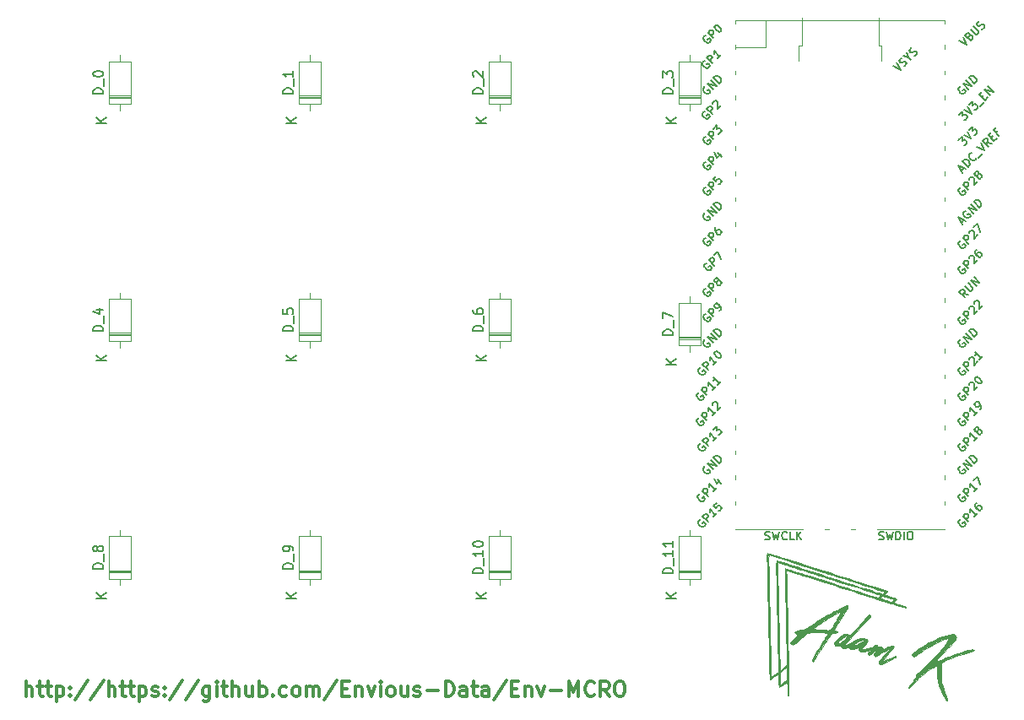
<source format=gbr>
G04 #@! TF.GenerationSoftware,KiCad,Pcbnew,(5.1.9)-1*
G04 #@! TF.CreationDate,2021-04-11T14:53:41+01:00*
G04 #@! TF.ProjectId,EnvMCRO,456e764d-4352-44f2-9e6b-696361645f70,rev?*
G04 #@! TF.SameCoordinates,Original*
G04 #@! TF.FileFunction,Legend,Top*
G04 #@! TF.FilePolarity,Positive*
%FSLAX46Y46*%
G04 Gerber Fmt 4.6, Leading zero omitted, Abs format (unit mm)*
G04 Created by KiCad (PCBNEW (5.1.9)-1) date 2021-04-11 14:53:41*
%MOMM*%
%LPD*%
G01*
G04 APERTURE LIST*
%ADD10C,0.300000*%
%ADD11C,0.120000*%
%ADD12C,0.010000*%
%ADD13C,0.150000*%
G04 APERTURE END LIST*
D10*
X74447857Y-106678571D02*
X74447857Y-105178571D01*
X75090714Y-106678571D02*
X75090714Y-105892857D01*
X75019285Y-105750000D01*
X74876428Y-105678571D01*
X74662142Y-105678571D01*
X74519285Y-105750000D01*
X74447857Y-105821428D01*
X75590714Y-105678571D02*
X76162142Y-105678571D01*
X75804999Y-105178571D02*
X75804999Y-106464285D01*
X75876428Y-106607142D01*
X76019285Y-106678571D01*
X76162142Y-106678571D01*
X76447857Y-105678571D02*
X77019285Y-105678571D01*
X76662142Y-105178571D02*
X76662142Y-106464285D01*
X76733571Y-106607142D01*
X76876428Y-106678571D01*
X77019285Y-106678571D01*
X77519285Y-105678571D02*
X77519285Y-107178571D01*
X77519285Y-105750000D02*
X77662142Y-105678571D01*
X77947857Y-105678571D01*
X78090714Y-105750000D01*
X78162142Y-105821428D01*
X78233571Y-105964285D01*
X78233571Y-106392857D01*
X78162142Y-106535714D01*
X78090714Y-106607142D01*
X77947857Y-106678571D01*
X77662142Y-106678571D01*
X77519285Y-106607142D01*
X78876428Y-106535714D02*
X78947857Y-106607142D01*
X78876428Y-106678571D01*
X78804999Y-106607142D01*
X78876428Y-106535714D01*
X78876428Y-106678571D01*
X78876428Y-105750000D02*
X78947857Y-105821428D01*
X78876428Y-105892857D01*
X78804999Y-105821428D01*
X78876428Y-105750000D01*
X78876428Y-105892857D01*
X80662142Y-105107142D02*
X79376428Y-107035714D01*
X82233571Y-105107142D02*
X80947857Y-107035714D01*
X82733571Y-106678571D02*
X82733571Y-105178571D01*
X83376428Y-106678571D02*
X83376428Y-105892857D01*
X83304999Y-105750000D01*
X83162142Y-105678571D01*
X82947857Y-105678571D01*
X82804999Y-105750000D01*
X82733571Y-105821428D01*
X83876428Y-105678571D02*
X84447857Y-105678571D01*
X84090714Y-105178571D02*
X84090714Y-106464285D01*
X84162142Y-106607142D01*
X84304999Y-106678571D01*
X84447857Y-106678571D01*
X84733571Y-105678571D02*
X85304999Y-105678571D01*
X84947857Y-105178571D02*
X84947857Y-106464285D01*
X85019285Y-106607142D01*
X85162142Y-106678571D01*
X85304999Y-106678571D01*
X85804999Y-105678571D02*
X85804999Y-107178571D01*
X85804999Y-105750000D02*
X85947857Y-105678571D01*
X86233571Y-105678571D01*
X86376428Y-105750000D01*
X86447857Y-105821428D01*
X86519285Y-105964285D01*
X86519285Y-106392857D01*
X86447857Y-106535714D01*
X86376428Y-106607142D01*
X86233571Y-106678571D01*
X85947857Y-106678571D01*
X85804999Y-106607142D01*
X87090714Y-106607142D02*
X87233571Y-106678571D01*
X87519285Y-106678571D01*
X87662142Y-106607142D01*
X87733571Y-106464285D01*
X87733571Y-106392857D01*
X87662142Y-106250000D01*
X87519285Y-106178571D01*
X87304999Y-106178571D01*
X87162142Y-106107142D01*
X87090714Y-105964285D01*
X87090714Y-105892857D01*
X87162142Y-105750000D01*
X87304999Y-105678571D01*
X87519285Y-105678571D01*
X87662142Y-105750000D01*
X88376428Y-106535714D02*
X88447857Y-106607142D01*
X88376428Y-106678571D01*
X88304999Y-106607142D01*
X88376428Y-106535714D01*
X88376428Y-106678571D01*
X88376428Y-105750000D02*
X88447857Y-105821428D01*
X88376428Y-105892857D01*
X88304999Y-105821428D01*
X88376428Y-105750000D01*
X88376428Y-105892857D01*
X90162142Y-105107142D02*
X88876428Y-107035714D01*
X91733571Y-105107142D02*
X90447857Y-107035714D01*
X92876428Y-105678571D02*
X92876428Y-106892857D01*
X92804999Y-107035714D01*
X92733571Y-107107142D01*
X92590714Y-107178571D01*
X92376428Y-107178571D01*
X92233571Y-107107142D01*
X92876428Y-106607142D02*
X92733571Y-106678571D01*
X92447857Y-106678571D01*
X92304999Y-106607142D01*
X92233571Y-106535714D01*
X92162142Y-106392857D01*
X92162142Y-105964285D01*
X92233571Y-105821428D01*
X92304999Y-105750000D01*
X92447857Y-105678571D01*
X92733571Y-105678571D01*
X92876428Y-105750000D01*
X93590714Y-106678571D02*
X93590714Y-105678571D01*
X93590714Y-105178571D02*
X93519285Y-105250000D01*
X93590714Y-105321428D01*
X93662142Y-105250000D01*
X93590714Y-105178571D01*
X93590714Y-105321428D01*
X94090714Y-105678571D02*
X94662142Y-105678571D01*
X94304999Y-105178571D02*
X94304999Y-106464285D01*
X94376428Y-106607142D01*
X94519285Y-106678571D01*
X94662142Y-106678571D01*
X95162142Y-106678571D02*
X95162142Y-105178571D01*
X95804999Y-106678571D02*
X95804999Y-105892857D01*
X95733571Y-105750000D01*
X95590714Y-105678571D01*
X95376428Y-105678571D01*
X95233571Y-105750000D01*
X95162142Y-105821428D01*
X97162142Y-105678571D02*
X97162142Y-106678571D01*
X96519285Y-105678571D02*
X96519285Y-106464285D01*
X96590714Y-106607142D01*
X96733571Y-106678571D01*
X96947857Y-106678571D01*
X97090714Y-106607142D01*
X97162142Y-106535714D01*
X97876428Y-106678571D02*
X97876428Y-105178571D01*
X97876428Y-105750000D02*
X98019285Y-105678571D01*
X98304999Y-105678571D01*
X98447857Y-105750000D01*
X98519285Y-105821428D01*
X98590714Y-105964285D01*
X98590714Y-106392857D01*
X98519285Y-106535714D01*
X98447857Y-106607142D01*
X98304999Y-106678571D01*
X98019285Y-106678571D01*
X97876428Y-106607142D01*
X99233571Y-106535714D02*
X99304999Y-106607142D01*
X99233571Y-106678571D01*
X99162142Y-106607142D01*
X99233571Y-106535714D01*
X99233571Y-106678571D01*
X100590714Y-106607142D02*
X100447857Y-106678571D01*
X100162142Y-106678571D01*
X100019285Y-106607142D01*
X99947857Y-106535714D01*
X99876428Y-106392857D01*
X99876428Y-105964285D01*
X99947857Y-105821428D01*
X100019285Y-105750000D01*
X100162142Y-105678571D01*
X100447857Y-105678571D01*
X100590714Y-105750000D01*
X101447857Y-106678571D02*
X101304999Y-106607142D01*
X101233571Y-106535714D01*
X101162142Y-106392857D01*
X101162142Y-105964285D01*
X101233571Y-105821428D01*
X101304999Y-105750000D01*
X101447857Y-105678571D01*
X101662142Y-105678571D01*
X101804999Y-105750000D01*
X101876428Y-105821428D01*
X101947857Y-105964285D01*
X101947857Y-106392857D01*
X101876428Y-106535714D01*
X101804999Y-106607142D01*
X101662142Y-106678571D01*
X101447857Y-106678571D01*
X102590714Y-106678571D02*
X102590714Y-105678571D01*
X102590714Y-105821428D02*
X102662142Y-105750000D01*
X102804999Y-105678571D01*
X103019285Y-105678571D01*
X103162142Y-105750000D01*
X103233571Y-105892857D01*
X103233571Y-106678571D01*
X103233571Y-105892857D02*
X103304999Y-105750000D01*
X103447857Y-105678571D01*
X103662142Y-105678571D01*
X103804999Y-105750000D01*
X103876428Y-105892857D01*
X103876428Y-106678571D01*
X105662142Y-105107142D02*
X104376428Y-107035714D01*
X106162142Y-105892857D02*
X106662142Y-105892857D01*
X106876428Y-106678571D02*
X106162142Y-106678571D01*
X106162142Y-105178571D01*
X106876428Y-105178571D01*
X107519285Y-105678571D02*
X107519285Y-106678571D01*
X107519285Y-105821428D02*
X107590714Y-105750000D01*
X107733571Y-105678571D01*
X107947857Y-105678571D01*
X108090714Y-105750000D01*
X108162142Y-105892857D01*
X108162142Y-106678571D01*
X108733571Y-105678571D02*
X109090714Y-106678571D01*
X109447857Y-105678571D01*
X110019285Y-106678571D02*
X110019285Y-105678571D01*
X110019285Y-105178571D02*
X109947857Y-105250000D01*
X110019285Y-105321428D01*
X110090714Y-105250000D01*
X110019285Y-105178571D01*
X110019285Y-105321428D01*
X110947857Y-106678571D02*
X110804999Y-106607142D01*
X110733571Y-106535714D01*
X110662142Y-106392857D01*
X110662142Y-105964285D01*
X110733571Y-105821428D01*
X110804999Y-105750000D01*
X110947857Y-105678571D01*
X111162142Y-105678571D01*
X111304999Y-105750000D01*
X111376428Y-105821428D01*
X111447857Y-105964285D01*
X111447857Y-106392857D01*
X111376428Y-106535714D01*
X111304999Y-106607142D01*
X111162142Y-106678571D01*
X110947857Y-106678571D01*
X112733571Y-105678571D02*
X112733571Y-106678571D01*
X112090714Y-105678571D02*
X112090714Y-106464285D01*
X112162142Y-106607142D01*
X112305000Y-106678571D01*
X112519285Y-106678571D01*
X112662142Y-106607142D01*
X112733571Y-106535714D01*
X113376428Y-106607142D02*
X113519285Y-106678571D01*
X113805000Y-106678571D01*
X113947857Y-106607142D01*
X114019285Y-106464285D01*
X114019285Y-106392857D01*
X113947857Y-106250000D01*
X113805000Y-106178571D01*
X113590714Y-106178571D01*
X113447857Y-106107142D01*
X113376428Y-105964285D01*
X113376428Y-105892857D01*
X113447857Y-105750000D01*
X113590714Y-105678571D01*
X113805000Y-105678571D01*
X113947857Y-105750000D01*
X114662142Y-106107142D02*
X115805000Y-106107142D01*
X116519285Y-106678571D02*
X116519285Y-105178571D01*
X116876428Y-105178571D01*
X117090714Y-105250000D01*
X117233571Y-105392857D01*
X117305000Y-105535714D01*
X117376428Y-105821428D01*
X117376428Y-106035714D01*
X117305000Y-106321428D01*
X117233571Y-106464285D01*
X117090714Y-106607142D01*
X116876428Y-106678571D01*
X116519285Y-106678571D01*
X118662142Y-106678571D02*
X118662142Y-105892857D01*
X118590714Y-105750000D01*
X118447857Y-105678571D01*
X118162142Y-105678571D01*
X118019285Y-105750000D01*
X118662142Y-106607142D02*
X118519285Y-106678571D01*
X118162142Y-106678571D01*
X118019285Y-106607142D01*
X117947857Y-106464285D01*
X117947857Y-106321428D01*
X118019285Y-106178571D01*
X118162142Y-106107142D01*
X118519285Y-106107142D01*
X118662142Y-106035714D01*
X119162142Y-105678571D02*
X119733571Y-105678571D01*
X119376428Y-105178571D02*
X119376428Y-106464285D01*
X119447857Y-106607142D01*
X119590714Y-106678571D01*
X119733571Y-106678571D01*
X120876428Y-106678571D02*
X120876428Y-105892857D01*
X120805000Y-105750000D01*
X120662142Y-105678571D01*
X120376428Y-105678571D01*
X120233571Y-105750000D01*
X120876428Y-106607142D02*
X120733571Y-106678571D01*
X120376428Y-106678571D01*
X120233571Y-106607142D01*
X120162142Y-106464285D01*
X120162142Y-106321428D01*
X120233571Y-106178571D01*
X120376428Y-106107142D01*
X120733571Y-106107142D01*
X120876428Y-106035714D01*
X122662142Y-105107142D02*
X121376428Y-107035714D01*
X123162142Y-105892857D02*
X123662142Y-105892857D01*
X123876428Y-106678571D02*
X123162142Y-106678571D01*
X123162142Y-105178571D01*
X123876428Y-105178571D01*
X124519285Y-105678571D02*
X124519285Y-106678571D01*
X124519285Y-105821428D02*
X124590714Y-105750000D01*
X124733571Y-105678571D01*
X124947857Y-105678571D01*
X125090714Y-105750000D01*
X125162142Y-105892857D01*
X125162142Y-106678571D01*
X125733571Y-105678571D02*
X126090714Y-106678571D01*
X126447857Y-105678571D01*
X127019285Y-106107142D02*
X128162142Y-106107142D01*
X128876428Y-106678571D02*
X128876428Y-105178571D01*
X129376428Y-106250000D01*
X129876428Y-105178571D01*
X129876428Y-106678571D01*
X131447857Y-106535714D02*
X131376428Y-106607142D01*
X131162142Y-106678571D01*
X131019285Y-106678571D01*
X130805000Y-106607142D01*
X130662142Y-106464285D01*
X130590714Y-106321428D01*
X130519285Y-106035714D01*
X130519285Y-105821428D01*
X130590714Y-105535714D01*
X130662142Y-105392857D01*
X130805000Y-105250000D01*
X131019285Y-105178571D01*
X131162142Y-105178571D01*
X131376428Y-105250000D01*
X131447857Y-105321428D01*
X132947857Y-106678571D02*
X132447857Y-105964285D01*
X132090714Y-106678571D02*
X132090714Y-105178571D01*
X132662142Y-105178571D01*
X132805000Y-105250000D01*
X132876428Y-105321428D01*
X132947857Y-105464285D01*
X132947857Y-105678571D01*
X132876428Y-105821428D01*
X132805000Y-105892857D01*
X132662142Y-105964285D01*
X132090714Y-105964285D01*
X133876428Y-105178571D02*
X134162142Y-105178571D01*
X134305000Y-105250000D01*
X134447857Y-105392857D01*
X134519285Y-105678571D01*
X134519285Y-106178571D01*
X134447857Y-106464285D01*
X134305000Y-106607142D01*
X134162142Y-106678571D01*
X133876428Y-106678571D01*
X133733571Y-106607142D01*
X133590714Y-106464285D01*
X133519285Y-106178571D01*
X133519285Y-105678571D01*
X133590714Y-105392857D01*
X133733571Y-105250000D01*
X133876428Y-105178571D01*
D11*
X160250000Y-41390000D02*
X160250000Y-42940000D01*
X160250000Y-41390000D02*
X159950000Y-41390000D01*
X151950000Y-41390000D02*
X151950000Y-42940000D01*
X152250000Y-41390000D02*
X151950000Y-41390000D01*
X159950000Y-38590000D02*
X159950000Y-41390000D01*
X152250000Y-38590000D02*
X152250000Y-41390000D01*
X145600000Y-38900000D02*
X166600000Y-38900000D01*
X152400000Y-89900000D02*
X145600000Y-89900000D01*
X145600000Y-41567000D02*
X148607000Y-41567000D01*
X148607000Y-41567000D02*
X148607000Y-38900000D01*
X145600000Y-38900000D02*
X145600000Y-39200000D01*
X145600000Y-41300000D02*
X145600000Y-41700000D01*
X145600000Y-43900000D02*
X145600000Y-44300000D01*
X145600000Y-46400000D02*
X145600000Y-46800000D01*
X145600000Y-49000000D02*
X145600000Y-49400000D01*
X145600000Y-51500000D02*
X145600000Y-51900000D01*
X145600000Y-54000000D02*
X145600000Y-54400000D01*
X145600000Y-56600000D02*
X145600000Y-57000000D01*
X145600000Y-59100000D02*
X145600000Y-59500000D01*
X145600000Y-61700000D02*
X145600000Y-62100000D01*
X145600000Y-64200000D02*
X145600000Y-64600000D01*
X145600000Y-66700000D02*
X145600000Y-67100000D01*
X145600000Y-69300000D02*
X145600000Y-69700000D01*
X145600000Y-71800000D02*
X145600000Y-72200000D01*
X145600000Y-74400000D02*
X145600000Y-74800000D01*
X145600000Y-76900000D02*
X145600000Y-77300000D01*
X145600000Y-79500000D02*
X145600000Y-79900000D01*
X145600000Y-82000000D02*
X145600000Y-82400000D01*
X145600000Y-84500000D02*
X145600000Y-84900000D01*
X145600000Y-87100000D02*
X145600000Y-87500000D01*
X166600000Y-54000000D02*
X166600000Y-54400000D01*
X166600000Y-59100000D02*
X166600000Y-59500000D01*
X166600000Y-66700000D02*
X166600000Y-67100000D01*
X166600000Y-74400000D02*
X166600000Y-74800000D01*
X166600000Y-43900000D02*
X166600000Y-44300000D01*
X166600000Y-41300000D02*
X166600000Y-41700000D01*
X166600000Y-49000000D02*
X166600000Y-49400000D01*
X166600000Y-82000000D02*
X166600000Y-82400000D01*
X166600000Y-87100000D02*
X166600000Y-87500000D01*
X166600000Y-84500000D02*
X166600000Y-84900000D01*
X166600000Y-69300000D02*
X166600000Y-69700000D01*
X166600000Y-64200000D02*
X166600000Y-64600000D01*
X166600000Y-51500000D02*
X166600000Y-51900000D01*
X166600000Y-56600000D02*
X166600000Y-57000000D01*
X166600000Y-76900000D02*
X166600000Y-77300000D01*
X166600000Y-61700000D02*
X166600000Y-62100000D01*
X166600000Y-38900000D02*
X166600000Y-39200000D01*
X166600000Y-46400000D02*
X166600000Y-46800000D01*
X166600000Y-71800000D02*
X166600000Y-72200000D01*
X166600000Y-79500000D02*
X166600000Y-79900000D01*
X166600000Y-89900000D02*
X159800000Y-89900000D01*
X154600000Y-89900000D02*
X155000000Y-89900000D01*
X157200000Y-89900000D02*
X157600000Y-89900000D01*
D12*
G36*
X156820037Y-97570362D02*
G01*
X156874186Y-97617818D01*
X156877974Y-97704238D01*
X156829432Y-97836272D01*
X156726588Y-98020568D01*
X156651654Y-98138259D01*
X156526639Y-98330994D01*
X156396240Y-98535418D01*
X156282447Y-98716954D01*
X156248385Y-98772333D01*
X156157399Y-98919810D01*
X156037075Y-99112585D01*
X155903711Y-99324642D01*
X155784909Y-99512199D01*
X155675428Y-99688851D01*
X155586439Y-99841116D01*
X155526122Y-99954338D01*
X155502654Y-100013860D01*
X155502906Y-100017553D01*
X155549228Y-100057481D01*
X155640812Y-100095958D01*
X155779361Y-100138544D01*
X155849779Y-100165884D01*
X155864629Y-100188367D01*
X155836474Y-100216381D01*
X155809992Y-100235857D01*
X155718117Y-100272940D01*
X155584881Y-100294291D01*
X155531621Y-100296333D01*
X155383169Y-100309798D01*
X155283184Y-100357532D01*
X155246658Y-100391583D01*
X155199135Y-100453039D01*
X155113279Y-100574546D01*
X154996638Y-100744997D01*
X154856758Y-100953285D01*
X154701186Y-101188301D01*
X154592270Y-101354667D01*
X154326218Y-101762624D01*
X154102353Y-102105171D01*
X153916811Y-102387945D01*
X153765728Y-102616581D01*
X153645241Y-102796719D01*
X153551487Y-102933995D01*
X153480602Y-103034046D01*
X153428722Y-103102510D01*
X153391985Y-103145024D01*
X153366526Y-103167225D01*
X153348482Y-103174751D01*
X153344709Y-103175000D01*
X153300437Y-103139385D01*
X153288667Y-103083361D01*
X153309700Y-103002882D01*
X153366647Y-102868754D01*
X153450279Y-102698958D01*
X153551366Y-102511473D01*
X153660680Y-102324279D01*
X153752276Y-102180167D01*
X154026057Y-101767715D01*
X154254231Y-101419374D01*
X154439797Y-101129930D01*
X154585756Y-100894171D01*
X154695110Y-100706883D01*
X154770858Y-100562854D01*
X154816002Y-100456870D01*
X154833542Y-100383721D01*
X154826479Y-100338191D01*
X154818629Y-100327696D01*
X154759283Y-100308898D01*
X154630964Y-100292095D01*
X154449351Y-100277778D01*
X154230125Y-100266438D01*
X153988965Y-100258566D01*
X153741552Y-100254652D01*
X153503565Y-100255187D01*
X153290685Y-100260662D01*
X153118591Y-100271567D01*
X153096337Y-100273800D01*
X152944723Y-100294848D01*
X152831265Y-100328702D01*
X152724365Y-100389649D01*
X152592420Y-100491975D01*
X152566781Y-100513218D01*
X152433657Y-100628081D01*
X152262964Y-100781198D01*
X152077715Y-100951676D01*
X151917975Y-101102288D01*
X151748606Y-101261564D01*
X151624807Y-101369662D01*
X151533044Y-101436025D01*
X151459783Y-101470097D01*
X151391491Y-101481323D01*
X151374297Y-101481667D01*
X151246321Y-101455779D01*
X151142235Y-101390607D01*
X151089374Y-101304892D01*
X151087333Y-101284933D01*
X151116886Y-101241696D01*
X151197429Y-101154580D01*
X151316790Y-101036088D01*
X151462793Y-100898722D01*
X151468333Y-100893637D01*
X151614971Y-100756273D01*
X151735442Y-100637920D01*
X151817597Y-100550906D01*
X151849287Y-100507565D01*
X151849333Y-100506940D01*
X151814792Y-100466443D01*
X151729275Y-100413220D01*
X151704441Y-100400883D01*
X151578839Y-100322640D01*
X151535416Y-100248154D01*
X151571706Y-100179317D01*
X151685243Y-100118022D01*
X151873561Y-100066161D01*
X152134192Y-100025626D01*
X152203218Y-100018193D01*
X152322216Y-100003811D01*
X152422600Y-99982181D01*
X152521730Y-99945337D01*
X152623243Y-99892458D01*
X153431716Y-99892458D01*
X153454299Y-99920201D01*
X153506165Y-99933761D01*
X153583355Y-99944294D01*
X153726837Y-99957860D01*
X153918357Y-99972944D01*
X154139660Y-99988031D01*
X154220000Y-99992985D01*
X154439568Y-100006455D01*
X154628138Y-100018603D01*
X154770000Y-100028373D01*
X154849442Y-100034707D01*
X154860292Y-100036058D01*
X154916683Y-100032949D01*
X155015099Y-100016663D01*
X155099837Y-99982849D01*
X155187851Y-99909707D01*
X155285782Y-99788500D01*
X155400271Y-99610493D01*
X155537957Y-99366950D01*
X155606953Y-99238000D01*
X155719650Y-99027261D01*
X155841851Y-98802702D01*
X155953811Y-98600472D01*
X155996447Y-98524883D01*
X156074296Y-98381152D01*
X156128900Y-98266758D01*
X156151795Y-98200029D01*
X156150546Y-98191101D01*
X156091339Y-98189307D01*
X155972897Y-98235292D01*
X155803101Y-98325227D01*
X155589834Y-98455282D01*
X155538721Y-98488339D01*
X155388553Y-98584408D01*
X155259824Y-98663204D01*
X155172837Y-98712440D01*
X155153802Y-98721285D01*
X155073186Y-98762080D01*
X154937563Y-98842042D01*
X154760450Y-98952210D01*
X154555362Y-99083623D01*
X154335816Y-99227319D01*
X154115328Y-99374339D01*
X153907413Y-99515719D01*
X153725587Y-99642500D01*
X153583367Y-99745721D01*
X153494269Y-99816419D01*
X153477127Y-99832920D01*
X153431716Y-99892458D01*
X152623243Y-99892458D01*
X152636968Y-99885309D01*
X152785677Y-99794130D01*
X152985218Y-99663833D01*
X153007551Y-99649062D01*
X153434824Y-99372321D01*
X153877914Y-99096308D01*
X154323044Y-98828973D01*
X154756437Y-98578263D01*
X155164317Y-98352128D01*
X155532907Y-98158514D01*
X155848432Y-98005372D01*
X155886111Y-97988276D01*
X156071440Y-97898043D01*
X156246513Y-97800757D01*
X156383121Y-97712529D01*
X156422007Y-97682250D01*
X156570487Y-97579188D01*
X156702085Y-97546187D01*
X156820037Y-97570362D01*
G37*
X156820037Y-97570362D02*
X156874186Y-97617818D01*
X156877974Y-97704238D01*
X156829432Y-97836272D01*
X156726588Y-98020568D01*
X156651654Y-98138259D01*
X156526639Y-98330994D01*
X156396240Y-98535418D01*
X156282447Y-98716954D01*
X156248385Y-98772333D01*
X156157399Y-98919810D01*
X156037075Y-99112585D01*
X155903711Y-99324642D01*
X155784909Y-99512199D01*
X155675428Y-99688851D01*
X155586439Y-99841116D01*
X155526122Y-99954338D01*
X155502654Y-100013860D01*
X155502906Y-100017553D01*
X155549228Y-100057481D01*
X155640812Y-100095958D01*
X155779361Y-100138544D01*
X155849779Y-100165884D01*
X155864629Y-100188367D01*
X155836474Y-100216381D01*
X155809992Y-100235857D01*
X155718117Y-100272940D01*
X155584881Y-100294291D01*
X155531621Y-100296333D01*
X155383169Y-100309798D01*
X155283184Y-100357532D01*
X155246658Y-100391583D01*
X155199135Y-100453039D01*
X155113279Y-100574546D01*
X154996638Y-100744997D01*
X154856758Y-100953285D01*
X154701186Y-101188301D01*
X154592270Y-101354667D01*
X154326218Y-101762624D01*
X154102353Y-102105171D01*
X153916811Y-102387945D01*
X153765728Y-102616581D01*
X153645241Y-102796719D01*
X153551487Y-102933995D01*
X153480602Y-103034046D01*
X153428722Y-103102510D01*
X153391985Y-103145024D01*
X153366526Y-103167225D01*
X153348482Y-103174751D01*
X153344709Y-103175000D01*
X153300437Y-103139385D01*
X153288667Y-103083361D01*
X153309700Y-103002882D01*
X153366647Y-102868754D01*
X153450279Y-102698958D01*
X153551366Y-102511473D01*
X153660680Y-102324279D01*
X153752276Y-102180167D01*
X154026057Y-101767715D01*
X154254231Y-101419374D01*
X154439797Y-101129930D01*
X154585756Y-100894171D01*
X154695110Y-100706883D01*
X154770858Y-100562854D01*
X154816002Y-100456870D01*
X154833542Y-100383721D01*
X154826479Y-100338191D01*
X154818629Y-100327696D01*
X154759283Y-100308898D01*
X154630964Y-100292095D01*
X154449351Y-100277778D01*
X154230125Y-100266438D01*
X153988965Y-100258566D01*
X153741552Y-100254652D01*
X153503565Y-100255187D01*
X153290685Y-100260662D01*
X153118591Y-100271567D01*
X153096337Y-100273800D01*
X152944723Y-100294848D01*
X152831265Y-100328702D01*
X152724365Y-100389649D01*
X152592420Y-100491975D01*
X152566781Y-100513218D01*
X152433657Y-100628081D01*
X152262964Y-100781198D01*
X152077715Y-100951676D01*
X151917975Y-101102288D01*
X151748606Y-101261564D01*
X151624807Y-101369662D01*
X151533044Y-101436025D01*
X151459783Y-101470097D01*
X151391491Y-101481323D01*
X151374297Y-101481667D01*
X151246321Y-101455779D01*
X151142235Y-101390607D01*
X151089374Y-101304892D01*
X151087333Y-101284933D01*
X151116886Y-101241696D01*
X151197429Y-101154580D01*
X151316790Y-101036088D01*
X151462793Y-100898722D01*
X151468333Y-100893637D01*
X151614971Y-100756273D01*
X151735442Y-100637920D01*
X151817597Y-100550906D01*
X151849287Y-100507565D01*
X151849333Y-100506940D01*
X151814792Y-100466443D01*
X151729275Y-100413220D01*
X151704441Y-100400883D01*
X151578839Y-100322640D01*
X151535416Y-100248154D01*
X151571706Y-100179317D01*
X151685243Y-100118022D01*
X151873561Y-100066161D01*
X152134192Y-100025626D01*
X152203218Y-100018193D01*
X152322216Y-100003811D01*
X152422600Y-99982181D01*
X152521730Y-99945337D01*
X152623243Y-99892458D01*
X153431716Y-99892458D01*
X153454299Y-99920201D01*
X153506165Y-99933761D01*
X153583355Y-99944294D01*
X153726837Y-99957860D01*
X153918357Y-99972944D01*
X154139660Y-99988031D01*
X154220000Y-99992985D01*
X154439568Y-100006455D01*
X154628138Y-100018603D01*
X154770000Y-100028373D01*
X154849442Y-100034707D01*
X154860292Y-100036058D01*
X154916683Y-100032949D01*
X155015099Y-100016663D01*
X155099837Y-99982849D01*
X155187851Y-99909707D01*
X155285782Y-99788500D01*
X155400271Y-99610493D01*
X155537957Y-99366950D01*
X155606953Y-99238000D01*
X155719650Y-99027261D01*
X155841851Y-98802702D01*
X155953811Y-98600472D01*
X155996447Y-98524883D01*
X156074296Y-98381152D01*
X156128900Y-98266758D01*
X156151795Y-98200029D01*
X156150546Y-98191101D01*
X156091339Y-98189307D01*
X155972897Y-98235292D01*
X155803101Y-98325227D01*
X155589834Y-98455282D01*
X155538721Y-98488339D01*
X155388553Y-98584408D01*
X155259824Y-98663204D01*
X155172837Y-98712440D01*
X155153802Y-98721285D01*
X155073186Y-98762080D01*
X154937563Y-98842042D01*
X154760450Y-98952210D01*
X154555362Y-99083623D01*
X154335816Y-99227319D01*
X154115328Y-99374339D01*
X153907413Y-99515719D01*
X153725587Y-99642500D01*
X153583367Y-99745721D01*
X153494269Y-99816419D01*
X153477127Y-99832920D01*
X153431716Y-99892458D01*
X152623243Y-99892458D01*
X152636968Y-99885309D01*
X152785677Y-99794130D01*
X152985218Y-99663833D01*
X153007551Y-99649062D01*
X153434824Y-99372321D01*
X153877914Y-99096308D01*
X154323044Y-98828973D01*
X154756437Y-98578263D01*
X155164317Y-98352128D01*
X155532907Y-98158514D01*
X155848432Y-98005372D01*
X155886111Y-97988276D01*
X156071440Y-97898043D01*
X156246513Y-97800757D01*
X156383121Y-97712529D01*
X156422007Y-97682250D01*
X156570487Y-97579188D01*
X156702085Y-97546187D01*
X156820037Y-97570362D01*
G36*
X159052559Y-98500765D02*
G01*
X159086115Y-98517146D01*
X159148555Y-98558268D01*
X159164291Y-98603155D01*
X159129114Y-98669583D01*
X159038817Y-98775324D01*
X159020133Y-98795811D01*
X158932587Y-98891312D01*
X158804345Y-99031014D01*
X158652038Y-99196809D01*
X158492293Y-99370590D01*
X158477970Y-99386167D01*
X158285938Y-99596254D01*
X158068981Y-99835604D01*
X157856733Y-100071435D01*
X157712638Y-100232833D01*
X157525642Y-100440683D01*
X157313042Y-100672811D01*
X157104117Y-100897437D01*
X156963635Y-101045850D01*
X156822320Y-101198401D01*
X156705575Y-101333766D01*
X156624703Y-101438154D01*
X156591008Y-101497772D01*
X156590667Y-101500933D01*
X156599180Y-101558623D01*
X156606717Y-101566333D01*
X156664258Y-101547468D01*
X156779938Y-101496222D01*
X156937491Y-101420622D01*
X157120652Y-101328692D01*
X157313158Y-101228459D01*
X157498743Y-101127947D01*
X157526551Y-101112463D01*
X157843065Y-100952468D01*
X158112344Y-100854870D01*
X158342549Y-100818037D01*
X158541840Y-100840337D01*
X158659076Y-100885978D01*
X158774599Y-100951742D01*
X158842939Y-101015797D01*
X158862201Y-101090229D01*
X158830493Y-101187128D01*
X158745919Y-101318581D01*
X158606586Y-101496676D01*
X158553205Y-101561760D01*
X158449002Y-101694303D01*
X158370029Y-101806587D01*
X158329221Y-101879779D01*
X158326333Y-101892070D01*
X158352969Y-101933097D01*
X158437325Y-101943661D01*
X158586075Y-101923388D01*
X158805895Y-101871910D01*
X158837196Y-101863663D01*
X159002803Y-101822795D01*
X159147463Y-101792688D01*
X159242605Y-101779215D01*
X159249181Y-101778996D01*
X159335699Y-101749941D01*
X159445141Y-101677291D01*
X159499092Y-101629833D01*
X159632226Y-101523435D01*
X159741310Y-101480514D01*
X159816937Y-101501690D01*
X159849697Y-101587584D01*
X159850333Y-101606672D01*
X159854152Y-101680912D01*
X159880273Y-101714593D01*
X159950689Y-101718550D01*
X160054946Y-101707444D01*
X160183802Y-101697585D01*
X160262255Y-101713559D01*
X160323019Y-101765081D01*
X160346789Y-101794105D01*
X160420067Y-101870288D01*
X160479651Y-101904818D01*
X160482577Y-101905000D01*
X160542729Y-101886548D01*
X160652995Y-101838261D01*
X160784452Y-101773163D01*
X160957341Y-101698925D01*
X161132028Y-101650191D01*
X161290127Y-101628962D01*
X161413254Y-101637241D01*
X161483022Y-101677031D01*
X161490968Y-101696209D01*
X161468146Y-101747712D01*
X161395749Y-101852027D01*
X161281326Y-101999475D01*
X161132428Y-102180376D01*
X160956607Y-102385052D01*
X160929549Y-102415876D01*
X160720080Y-102656530D01*
X160567835Y-102839734D01*
X160472025Y-102969703D01*
X160431861Y-103050656D01*
X160446554Y-103086809D01*
X160515315Y-103082379D01*
X160637355Y-103041582D01*
X160811884Y-102968636D01*
X160827381Y-102961849D01*
X161079503Y-102854282D01*
X161303983Y-102764428D01*
X161489389Y-102696408D01*
X161624288Y-102654343D01*
X161697247Y-102642355D01*
X161705455Y-102645344D01*
X161706007Y-102683696D01*
X161647357Y-102743054D01*
X161525311Y-102826135D01*
X161335676Y-102935657D01*
X161074257Y-103074335D01*
X160928030Y-103149028D01*
X160652434Y-103285439D01*
X160440547Y-103381717D01*
X160282778Y-103440106D01*
X160169540Y-103462853D01*
X160091245Y-103452204D01*
X160038304Y-103410405D01*
X160011187Y-103363794D01*
X159985106Y-103271521D01*
X159998047Y-103176271D01*
X160056701Y-103064884D01*
X160167756Y-102924203D01*
X160316416Y-102763352D01*
X160512113Y-102555012D01*
X160682841Y-102364257D01*
X160821285Y-102200023D01*
X160920131Y-102071241D01*
X160972064Y-101986845D01*
X160975822Y-101958045D01*
X160923183Y-101960365D01*
X160813285Y-102001238D01*
X160660146Y-102073518D01*
X160477781Y-102170055D01*
X160280205Y-102283703D01*
X160081434Y-102407313D01*
X160034290Y-102438210D01*
X159879147Y-102536596D01*
X159744704Y-102613776D01*
X159649919Y-102659267D01*
X159620632Y-102667000D01*
X159553495Y-102632207D01*
X159505490Y-102564517D01*
X159482651Y-102479397D01*
X159509282Y-102396216D01*
X159548731Y-102335732D01*
X159620551Y-102215279D01*
X159634795Y-102139896D01*
X159596781Y-102116667D01*
X159547178Y-102143319D01*
X159454573Y-102213735D01*
X159337573Y-102313598D01*
X159318383Y-102330854D01*
X159150189Y-102464954D01*
X159021168Y-102527885D01*
X158932918Y-102519312D01*
X158887037Y-102438902D01*
X158884070Y-102421783D01*
X158902945Y-102327705D01*
X158988111Y-102209430D01*
X159037839Y-102157200D01*
X159124554Y-102066724D01*
X159175656Y-102005893D01*
X159181785Y-101989667D01*
X159133368Y-102002569D01*
X159025873Y-102036816D01*
X158880111Y-102085717D01*
X158838609Y-102099974D01*
X158563919Y-102173023D01*
X158326387Y-102192127D01*
X158136176Y-102157383D01*
X158026433Y-102092272D01*
X157966581Y-102006491D01*
X157964756Y-101896441D01*
X158007036Y-101769716D01*
X158009605Y-101739193D01*
X157972910Y-101735141D01*
X157884717Y-101759849D01*
X157732792Y-101815602D01*
X157705563Y-101826084D01*
X157453511Y-101907201D01*
X157257207Y-101932232D01*
X157108912Y-101901102D01*
X157005473Y-101819470D01*
X156949871Y-101762819D01*
X156894901Y-101757302D01*
X156806492Y-101797016D01*
X156614047Y-101861012D01*
X156441916Y-101846724D01*
X156297706Y-101755110D01*
X156274954Y-101730070D01*
X156205329Y-101654444D01*
X156141664Y-101618559D01*
X156052629Y-101612821D01*
X155931133Y-101624770D01*
X155791294Y-101636699D01*
X155703314Y-101626267D01*
X155635759Y-101586288D01*
X155618931Y-101570546D01*
X157418770Y-101570546D01*
X157471297Y-101577220D01*
X157590444Y-101543780D01*
X157769679Y-101472737D01*
X158002471Y-101366607D01*
X158197996Y-101270672D01*
X158348549Y-101190620D01*
X158464947Y-101120441D01*
X158530023Y-101070878D01*
X158538000Y-101057861D01*
X158501981Y-101024202D01*
X158409500Y-101016393D01*
X158283925Y-101032071D01*
X158148621Y-101068872D01*
X158060063Y-101106221D01*
X157915074Y-101186515D01*
X157763844Y-101281413D01*
X157622575Y-101379187D01*
X157507464Y-101468108D01*
X157434712Y-101536445D01*
X157418770Y-101570546D01*
X155618931Y-101570546D01*
X155594671Y-101547853D01*
X155526216Y-101464820D01*
X155515468Y-101390889D01*
X155523356Y-101364670D01*
X155869060Y-101364670D01*
X155929595Y-101375435D01*
X156055384Y-101335726D01*
X156244758Y-101244089D01*
X156294274Y-101217101D01*
X156449284Y-101125148D01*
X156552187Y-101042481D01*
X156628163Y-100943815D01*
X156699167Y-100810522D01*
X156742917Y-100689560D01*
X156731863Y-100625797D01*
X156671578Y-100617075D01*
X156567635Y-100661239D01*
X156425607Y-100756132D01*
X156251066Y-100899596D01*
X156095678Y-101044083D01*
X155950432Y-101197539D01*
X155875449Y-101304887D01*
X155869060Y-101364670D01*
X155523356Y-101364670D01*
X155534262Y-101328425D01*
X155644292Y-101122098D01*
X155810422Y-100911267D01*
X156012269Y-100714908D01*
X156229448Y-100552001D01*
X156441574Y-100441523D01*
X156511562Y-100418564D01*
X156641599Y-100390387D01*
X156737995Y-100395906D01*
X156846743Y-100440061D01*
X156882590Y-100458414D01*
X156994201Y-100513063D01*
X157074491Y-100545985D01*
X157093236Y-100550333D01*
X157130001Y-100519829D01*
X157213322Y-100434777D01*
X157334603Y-100304872D01*
X157485250Y-100139807D01*
X157656668Y-99949276D01*
X157840260Y-99742973D01*
X158027433Y-99530590D01*
X158209591Y-99321822D01*
X158378139Y-99126362D01*
X158524481Y-98953903D01*
X158640024Y-98814140D01*
X158700480Y-98737677D01*
X158816586Y-98593772D01*
X158903378Y-98512374D01*
X158976740Y-98484400D01*
X159052559Y-98500765D01*
G37*
X159052559Y-98500765D02*
X159086115Y-98517146D01*
X159148555Y-98558268D01*
X159164291Y-98603155D01*
X159129114Y-98669583D01*
X159038817Y-98775324D01*
X159020133Y-98795811D01*
X158932587Y-98891312D01*
X158804345Y-99031014D01*
X158652038Y-99196809D01*
X158492293Y-99370590D01*
X158477970Y-99386167D01*
X158285938Y-99596254D01*
X158068981Y-99835604D01*
X157856733Y-100071435D01*
X157712638Y-100232833D01*
X157525642Y-100440683D01*
X157313042Y-100672811D01*
X157104117Y-100897437D01*
X156963635Y-101045850D01*
X156822320Y-101198401D01*
X156705575Y-101333766D01*
X156624703Y-101438154D01*
X156591008Y-101497772D01*
X156590667Y-101500933D01*
X156599180Y-101558623D01*
X156606717Y-101566333D01*
X156664258Y-101547468D01*
X156779938Y-101496222D01*
X156937491Y-101420622D01*
X157120652Y-101328692D01*
X157313158Y-101228459D01*
X157498743Y-101127947D01*
X157526551Y-101112463D01*
X157843065Y-100952468D01*
X158112344Y-100854870D01*
X158342549Y-100818037D01*
X158541840Y-100840337D01*
X158659076Y-100885978D01*
X158774599Y-100951742D01*
X158842939Y-101015797D01*
X158862201Y-101090229D01*
X158830493Y-101187128D01*
X158745919Y-101318581D01*
X158606586Y-101496676D01*
X158553205Y-101561760D01*
X158449002Y-101694303D01*
X158370029Y-101806587D01*
X158329221Y-101879779D01*
X158326333Y-101892070D01*
X158352969Y-101933097D01*
X158437325Y-101943661D01*
X158586075Y-101923388D01*
X158805895Y-101871910D01*
X158837196Y-101863663D01*
X159002803Y-101822795D01*
X159147463Y-101792688D01*
X159242605Y-101779215D01*
X159249181Y-101778996D01*
X159335699Y-101749941D01*
X159445141Y-101677291D01*
X159499092Y-101629833D01*
X159632226Y-101523435D01*
X159741310Y-101480514D01*
X159816937Y-101501690D01*
X159849697Y-101587584D01*
X159850333Y-101606672D01*
X159854152Y-101680912D01*
X159880273Y-101714593D01*
X159950689Y-101718550D01*
X160054946Y-101707444D01*
X160183802Y-101697585D01*
X160262255Y-101713559D01*
X160323019Y-101765081D01*
X160346789Y-101794105D01*
X160420067Y-101870288D01*
X160479651Y-101904818D01*
X160482577Y-101905000D01*
X160542729Y-101886548D01*
X160652995Y-101838261D01*
X160784452Y-101773163D01*
X160957341Y-101698925D01*
X161132028Y-101650191D01*
X161290127Y-101628962D01*
X161413254Y-101637241D01*
X161483022Y-101677031D01*
X161490968Y-101696209D01*
X161468146Y-101747712D01*
X161395749Y-101852027D01*
X161281326Y-101999475D01*
X161132428Y-102180376D01*
X160956607Y-102385052D01*
X160929549Y-102415876D01*
X160720080Y-102656530D01*
X160567835Y-102839734D01*
X160472025Y-102969703D01*
X160431861Y-103050656D01*
X160446554Y-103086809D01*
X160515315Y-103082379D01*
X160637355Y-103041582D01*
X160811884Y-102968636D01*
X160827381Y-102961849D01*
X161079503Y-102854282D01*
X161303983Y-102764428D01*
X161489389Y-102696408D01*
X161624288Y-102654343D01*
X161697247Y-102642355D01*
X161705455Y-102645344D01*
X161706007Y-102683696D01*
X161647357Y-102743054D01*
X161525311Y-102826135D01*
X161335676Y-102935657D01*
X161074257Y-103074335D01*
X160928030Y-103149028D01*
X160652434Y-103285439D01*
X160440547Y-103381717D01*
X160282778Y-103440106D01*
X160169540Y-103462853D01*
X160091245Y-103452204D01*
X160038304Y-103410405D01*
X160011187Y-103363794D01*
X159985106Y-103271521D01*
X159998047Y-103176271D01*
X160056701Y-103064884D01*
X160167756Y-102924203D01*
X160316416Y-102763352D01*
X160512113Y-102555012D01*
X160682841Y-102364257D01*
X160821285Y-102200023D01*
X160920131Y-102071241D01*
X160972064Y-101986845D01*
X160975822Y-101958045D01*
X160923183Y-101960365D01*
X160813285Y-102001238D01*
X160660146Y-102073518D01*
X160477781Y-102170055D01*
X160280205Y-102283703D01*
X160081434Y-102407313D01*
X160034290Y-102438210D01*
X159879147Y-102536596D01*
X159744704Y-102613776D01*
X159649919Y-102659267D01*
X159620632Y-102667000D01*
X159553495Y-102632207D01*
X159505490Y-102564517D01*
X159482651Y-102479397D01*
X159509282Y-102396216D01*
X159548731Y-102335732D01*
X159620551Y-102215279D01*
X159634795Y-102139896D01*
X159596781Y-102116667D01*
X159547178Y-102143319D01*
X159454573Y-102213735D01*
X159337573Y-102313598D01*
X159318383Y-102330854D01*
X159150189Y-102464954D01*
X159021168Y-102527885D01*
X158932918Y-102519312D01*
X158887037Y-102438902D01*
X158884070Y-102421783D01*
X158902945Y-102327705D01*
X158988111Y-102209430D01*
X159037839Y-102157200D01*
X159124554Y-102066724D01*
X159175656Y-102005893D01*
X159181785Y-101989667D01*
X159133368Y-102002569D01*
X159025873Y-102036816D01*
X158880111Y-102085717D01*
X158838609Y-102099974D01*
X158563919Y-102173023D01*
X158326387Y-102192127D01*
X158136176Y-102157383D01*
X158026433Y-102092272D01*
X157966581Y-102006491D01*
X157964756Y-101896441D01*
X158007036Y-101769716D01*
X158009605Y-101739193D01*
X157972910Y-101735141D01*
X157884717Y-101759849D01*
X157732792Y-101815602D01*
X157705563Y-101826084D01*
X157453511Y-101907201D01*
X157257207Y-101932232D01*
X157108912Y-101901102D01*
X157005473Y-101819470D01*
X156949871Y-101762819D01*
X156894901Y-101757302D01*
X156806492Y-101797016D01*
X156614047Y-101861012D01*
X156441916Y-101846724D01*
X156297706Y-101755110D01*
X156274954Y-101730070D01*
X156205329Y-101654444D01*
X156141664Y-101618559D01*
X156052629Y-101612821D01*
X155931133Y-101624770D01*
X155791294Y-101636699D01*
X155703314Y-101626267D01*
X155635759Y-101586288D01*
X155618931Y-101570546D01*
X157418770Y-101570546D01*
X157471297Y-101577220D01*
X157590444Y-101543780D01*
X157769679Y-101472737D01*
X158002471Y-101366607D01*
X158197996Y-101270672D01*
X158348549Y-101190620D01*
X158464947Y-101120441D01*
X158530023Y-101070878D01*
X158538000Y-101057861D01*
X158501981Y-101024202D01*
X158409500Y-101016393D01*
X158283925Y-101032071D01*
X158148621Y-101068872D01*
X158060063Y-101106221D01*
X157915074Y-101186515D01*
X157763844Y-101281413D01*
X157622575Y-101379187D01*
X157507464Y-101468108D01*
X157434712Y-101536445D01*
X157418770Y-101570546D01*
X155618931Y-101570546D01*
X155594671Y-101547853D01*
X155526216Y-101464820D01*
X155515468Y-101390889D01*
X155523356Y-101364670D01*
X155869060Y-101364670D01*
X155929595Y-101375435D01*
X156055384Y-101335726D01*
X156244758Y-101244089D01*
X156294274Y-101217101D01*
X156449284Y-101125148D01*
X156552187Y-101042481D01*
X156628163Y-100943815D01*
X156699167Y-100810522D01*
X156742917Y-100689560D01*
X156731863Y-100625797D01*
X156671578Y-100617075D01*
X156567635Y-100661239D01*
X156425607Y-100756132D01*
X156251066Y-100899596D01*
X156095678Y-101044083D01*
X155950432Y-101197539D01*
X155875449Y-101304887D01*
X155869060Y-101364670D01*
X155523356Y-101364670D01*
X155534262Y-101328425D01*
X155644292Y-101122098D01*
X155810422Y-100911267D01*
X156012269Y-100714908D01*
X156229448Y-100552001D01*
X156441574Y-100441523D01*
X156511562Y-100418564D01*
X156641599Y-100390387D01*
X156737995Y-100395906D01*
X156846743Y-100440061D01*
X156882590Y-100458414D01*
X156994201Y-100513063D01*
X157074491Y-100545985D01*
X157093236Y-100550333D01*
X157130001Y-100519829D01*
X157213322Y-100434777D01*
X157334603Y-100304872D01*
X157485250Y-100139807D01*
X157656668Y-99949276D01*
X157840260Y-99742973D01*
X158027433Y-99530590D01*
X158209591Y-99321822D01*
X158378139Y-99126362D01*
X158524481Y-98953903D01*
X158640024Y-98814140D01*
X158700480Y-98737677D01*
X158816586Y-98593772D01*
X158903378Y-98512374D01*
X158976740Y-98484400D01*
X159052559Y-98500765D01*
G36*
X148842911Y-92304061D02*
G01*
X148936545Y-92330649D01*
X149087103Y-92375701D01*
X149296502Y-92439820D01*
X149566658Y-92523612D01*
X149899489Y-92627681D01*
X150296911Y-92752631D01*
X150760841Y-92899067D01*
X151293196Y-93067592D01*
X151895893Y-93258812D01*
X152570848Y-93473331D01*
X153319980Y-93711752D01*
X154145204Y-93974681D01*
X155048437Y-94262721D01*
X155384167Y-94369839D01*
X156191231Y-94627351D01*
X156920619Y-94860032D01*
X157575304Y-95068827D01*
X158158257Y-95254682D01*
X158672450Y-95418543D01*
X159120854Y-95561356D01*
X159506441Y-95684067D01*
X159832183Y-95787620D01*
X160101053Y-95872963D01*
X160316020Y-95941040D01*
X160480058Y-95992798D01*
X160596139Y-96029182D01*
X160665250Y-96050535D01*
X160780879Y-96092521D01*
X160853581Y-96132024D01*
X160866333Y-96148912D01*
X160835330Y-96193403D01*
X160755633Y-96268037D01*
X160684417Y-96325644D01*
X160502500Y-96465167D01*
X161150083Y-96674482D01*
X161368569Y-96746956D01*
X161555583Y-96812528D01*
X161697612Y-96866175D01*
X161781142Y-96902870D01*
X161797667Y-96915268D01*
X161766028Y-96955304D01*
X161684494Y-97025288D01*
X161607167Y-97083546D01*
X161502577Y-97162753D01*
X161433494Y-97222925D01*
X161416924Y-97244926D01*
X161455202Y-97265378D01*
X161560462Y-97305340D01*
X161718630Y-97359867D01*
X161915629Y-97424015D01*
X162020174Y-97456873D01*
X162276794Y-97537616D01*
X162461658Y-97599079D01*
X162584277Y-97645736D01*
X162654161Y-97682060D01*
X162680820Y-97712527D01*
X162673765Y-97741609D01*
X162659811Y-97757789D01*
X162614201Y-97758621D01*
X162501200Y-97735532D01*
X162318760Y-97687931D01*
X162064833Y-97615229D01*
X161737372Y-97516837D01*
X161334329Y-97392164D01*
X160853656Y-97240621D01*
X160756928Y-97209869D01*
X160438194Y-97108418D01*
X160048139Y-96984258D01*
X159596116Y-96840365D01*
X159510005Y-96812952D01*
X160088578Y-96812952D01*
X160091797Y-96827645D01*
X160138952Y-96848862D01*
X160248328Y-96889612D01*
X160401489Y-96943689D01*
X160579995Y-97004888D01*
X160765411Y-97067003D01*
X160939296Y-97123830D01*
X161083214Y-97169163D01*
X161178727Y-97196796D01*
X161205000Y-97202292D01*
X161248232Y-97179759D01*
X161334123Y-97120990D01*
X161387120Y-97081802D01*
X161548074Y-96959959D01*
X160952853Y-96763593D01*
X160357632Y-96567226D01*
X160207863Y-96681460D01*
X160125165Y-96756014D01*
X160088578Y-96812952D01*
X159510005Y-96812952D01*
X159091479Y-96679718D01*
X158543581Y-96505295D01*
X157961777Y-96320074D01*
X157355421Y-96127032D01*
X156733866Y-95929147D01*
X156106467Y-95729398D01*
X155482576Y-95530762D01*
X154897333Y-95344427D01*
X154334336Y-95165230D01*
X153793011Y-94993047D01*
X153278957Y-94829651D01*
X152797770Y-94676816D01*
X152355046Y-94536315D01*
X151956384Y-94409923D01*
X151607380Y-94299413D01*
X151313630Y-94206560D01*
X151080733Y-94133137D01*
X150914285Y-94080919D01*
X150819883Y-94051679D01*
X150800825Y-94046066D01*
X150704817Y-94021441D01*
X150727931Y-94671804D01*
X150732623Y-94821868D01*
X150738809Y-95048128D01*
X150746294Y-95342132D01*
X150754881Y-95695426D01*
X150764375Y-96099558D01*
X150774578Y-96546073D01*
X150785294Y-97026520D01*
X150796328Y-97532444D01*
X150807484Y-98055392D01*
X150816712Y-98497167D01*
X150829076Y-99092166D01*
X150842353Y-99726064D01*
X150856220Y-100383762D01*
X150870356Y-101050160D01*
X150884439Y-101710160D01*
X150898145Y-102348661D01*
X150911152Y-102950566D01*
X150923139Y-103500775D01*
X150933782Y-103984189D01*
X150935554Y-104064000D01*
X150946954Y-104588521D01*
X150955896Y-105034664D01*
X150962229Y-105408683D01*
X150965801Y-105716837D01*
X150966459Y-105965381D01*
X150964054Y-106160571D01*
X150958432Y-106308664D01*
X150949442Y-106415917D01*
X150936932Y-106488585D01*
X150920752Y-106532925D01*
X150900748Y-106555193D01*
X150876770Y-106561645D01*
X150875006Y-106561667D01*
X150862873Y-106521742D01*
X150850776Y-106411589D01*
X150839771Y-106245643D01*
X150830914Y-106038335D01*
X150827273Y-105909025D01*
X150820308Y-105682029D01*
X150811042Y-105485596D01*
X150800452Y-105335006D01*
X150789512Y-105245539D01*
X150783800Y-105228019D01*
X150740766Y-105240408D01*
X150645910Y-105295761D01*
X150514020Y-105384772D01*
X150385761Y-105478495D01*
X150232774Y-105591553D01*
X150103687Y-105682588D01*
X150013825Y-105741066D01*
X149980211Y-105757333D01*
X149970960Y-105717854D01*
X149961669Y-105610828D01*
X149952840Y-105453373D01*
X149944976Y-105262608D01*
X149938582Y-105055650D01*
X149934160Y-104849618D01*
X149932214Y-104661631D01*
X149933247Y-104508805D01*
X149937763Y-104408260D01*
X149940010Y-104390014D01*
X149910827Y-104401066D01*
X149826970Y-104455408D01*
X149700765Y-104544565D01*
X149544539Y-104660064D01*
X149517752Y-104680293D01*
X149354220Y-104799649D01*
X149214297Y-104893350D01*
X149111651Y-104952848D01*
X149059951Y-104969590D01*
X149057623Y-104968112D01*
X149050878Y-104920251D01*
X149042881Y-104795358D01*
X149033887Y-104601055D01*
X149024149Y-104344964D01*
X149013923Y-104034707D01*
X149003462Y-103677904D01*
X148993022Y-103282178D01*
X148982857Y-102855151D01*
X148975126Y-102497667D01*
X148951045Y-101335435D01*
X148928575Y-100256224D01*
X148907682Y-99258404D01*
X148888331Y-98340344D01*
X148870485Y-97500417D01*
X148854110Y-96736990D01*
X148839170Y-96048435D01*
X148825629Y-95433121D01*
X148813452Y-94889419D01*
X148802605Y-94415699D01*
X148793050Y-94010331D01*
X148784754Y-93671684D01*
X148777680Y-93398130D01*
X148776190Y-93343083D01*
X148767808Y-93010492D01*
X148767516Y-92994060D01*
X148935200Y-92994060D01*
X148935886Y-93182898D01*
X148938388Y-93439916D01*
X148942576Y-93756881D01*
X148948317Y-94125563D01*
X148955480Y-94537730D01*
X148963934Y-94985152D01*
X148973545Y-95459596D01*
X148984184Y-95952832D01*
X148989046Y-96168833D01*
X149001892Y-96737869D01*
X149015398Y-97346192D01*
X149029223Y-97977770D01*
X149043023Y-98616573D01*
X149056457Y-99246567D01*
X149069181Y-99851723D01*
X149080853Y-100416009D01*
X149091132Y-100923393D01*
X149097562Y-101248833D01*
X149110255Y-101887637D01*
X149121951Y-102446619D01*
X149132850Y-102930616D01*
X149143149Y-103344465D01*
X149153048Y-103693002D01*
X149162744Y-103981066D01*
X149172437Y-104213491D01*
X149182324Y-104395115D01*
X149192605Y-104530775D01*
X149203477Y-104625307D01*
X149215140Y-104683548D01*
X149227791Y-104710335D01*
X149239695Y-104711854D01*
X149293499Y-104674786D01*
X149396784Y-104599920D01*
X149531444Y-104500450D01*
X149600876Y-104448613D01*
X149823441Y-104281884D01*
X150071333Y-104281884D01*
X150071911Y-104797359D01*
X150074181Y-105006512D01*
X150079926Y-105191872D01*
X150088270Y-105332947D01*
X150098022Y-105408109D01*
X150123555Y-105503386D01*
X150298527Y-105373091D01*
X150440677Y-105268184D01*
X150587369Y-105161320D01*
X150631346Y-105129648D01*
X150789192Y-105016500D01*
X150790096Y-104371437D01*
X150791000Y-103726375D01*
X150431167Y-104004129D01*
X150071333Y-104281884D01*
X149823441Y-104281884D01*
X149913586Y-104214355D01*
X149884511Y-102837427D01*
X149877971Y-102531938D01*
X149869754Y-102155128D01*
X149860160Y-101720321D01*
X149849487Y-101240840D01*
X149838034Y-100730008D01*
X149826098Y-100201148D01*
X149813977Y-99667583D01*
X149801971Y-99142637D01*
X149795400Y-98857000D01*
X149776534Y-98035395D01*
X149759726Y-97294344D01*
X149744937Y-96629758D01*
X149732130Y-96037551D01*
X149721268Y-95513636D01*
X149712311Y-95053924D01*
X149705223Y-94654330D01*
X149699966Y-94310764D01*
X149696502Y-94019140D01*
X149694794Y-93775370D01*
X149694802Y-93575368D01*
X149696491Y-93415046D01*
X149699822Y-93290316D01*
X149700334Y-93280629D01*
X149833672Y-93280629D01*
X149834239Y-93401490D01*
X149836485Y-93592800D01*
X149840288Y-93847461D01*
X149845527Y-94158375D01*
X149852081Y-94518445D01*
X149859828Y-94920573D01*
X149868647Y-95357661D01*
X149878417Y-95822611D01*
X149881792Y-95979219D01*
X149893768Y-96532340D01*
X149906533Y-97123059D01*
X149919735Y-97735109D01*
X149933026Y-98352225D01*
X149946055Y-98958142D01*
X149958472Y-99536593D01*
X149969927Y-100071314D01*
X149980072Y-100546038D01*
X149984674Y-100762000D01*
X149994219Y-101198160D01*
X150004170Y-101630695D01*
X150014221Y-102047700D01*
X150024065Y-102437269D01*
X150033394Y-102787496D01*
X150041903Y-103086477D01*
X150049282Y-103322306D01*
X150054199Y-103458280D01*
X150080016Y-104101394D01*
X150431663Y-103839280D01*
X150783310Y-103577167D01*
X150766180Y-103238500D01*
X150761556Y-103121658D01*
X150755729Y-102932880D01*
X150748828Y-102678735D01*
X150740979Y-102365792D01*
X150732312Y-102000617D01*
X150722952Y-101589782D01*
X150713030Y-101139853D01*
X150702671Y-100657399D01*
X150692005Y-100148988D01*
X150681158Y-99621190D01*
X150670259Y-99080573D01*
X150659436Y-98533705D01*
X150648816Y-97987154D01*
X150638527Y-97447490D01*
X150628697Y-96921280D01*
X150619454Y-96415094D01*
X150610925Y-95935499D01*
X150603239Y-95489064D01*
X150596524Y-95082358D01*
X150590906Y-94721949D01*
X150586515Y-94414406D01*
X150583477Y-94166296D01*
X150581921Y-93984190D01*
X150581974Y-93874654D01*
X150583352Y-93843537D01*
X150626028Y-93852653D01*
X150742704Y-93885572D01*
X150926756Y-93940249D01*
X151171561Y-94014639D01*
X151470494Y-94106695D01*
X151816932Y-94214371D01*
X152204251Y-94335623D01*
X152625826Y-94468405D01*
X153075034Y-94610670D01*
X153332463Y-94692532D01*
X153840780Y-94854399D01*
X154360942Y-95020025D01*
X154881430Y-95185743D01*
X155390725Y-95347884D01*
X155877307Y-95502784D01*
X156329659Y-95646773D01*
X156736261Y-95776187D01*
X157085595Y-95887357D01*
X157366141Y-95976617D01*
X157373833Y-95979064D01*
X157725691Y-96091089D01*
X158081775Y-96204634D01*
X158426024Y-96314565D01*
X158742379Y-96415749D01*
X159014777Y-96503051D01*
X159227157Y-96571337D01*
X159274840Y-96586725D01*
X159863513Y-96776923D01*
X160005090Y-96668937D01*
X160092792Y-96595558D01*
X160142468Y-96541421D01*
X160146666Y-96530984D01*
X160108054Y-96510477D01*
X159999534Y-96468747D01*
X159832082Y-96409596D01*
X159616672Y-96336831D01*
X159364279Y-96254255D01*
X159162416Y-96189786D01*
X158528499Y-95989196D01*
X157923924Y-95797584D01*
X157327890Y-95608339D01*
X156719595Y-95414846D01*
X156078235Y-95210495D01*
X155383009Y-94988671D01*
X155172500Y-94921456D01*
X154794656Y-94800894D01*
X154394032Y-94673240D01*
X153990473Y-94544806D01*
X153603821Y-94421901D01*
X153253921Y-94310838D01*
X152960617Y-94217926D01*
X152907667Y-94201183D01*
X152594014Y-94101855D01*
X152226122Y-93985034D01*
X151830365Y-93859114D01*
X151433115Y-93732490D01*
X151060745Y-93613555D01*
X150922347Y-93569271D01*
X150636731Y-93478405D01*
X150378735Y-93397443D01*
X150158957Y-93329620D01*
X149987992Y-93278170D01*
X149876438Y-93246330D01*
X149834906Y-93237316D01*
X149833672Y-93280629D01*
X149700334Y-93280629D01*
X149704757Y-93197091D01*
X149711259Y-93131283D01*
X149719290Y-93088806D01*
X149728812Y-93065572D01*
X149739787Y-93057493D01*
X149741841Y-93057333D01*
X149793618Y-93069887D01*
X149918236Y-93105946D01*
X150107933Y-93163106D01*
X150354946Y-93238961D01*
X150651512Y-93331109D01*
X150989867Y-93437143D01*
X151362249Y-93554661D01*
X151760895Y-93681257D01*
X151918097Y-93731385D01*
X152394518Y-93883425D01*
X152932858Y-94055129D01*
X153514346Y-94240516D01*
X154120210Y-94433605D01*
X154731682Y-94628414D01*
X155329990Y-94818964D01*
X155896363Y-94999271D01*
X156379000Y-95152848D01*
X156836518Y-95298408D01*
X157293195Y-95443731D01*
X157738429Y-95585442D01*
X158161619Y-95720164D01*
X158552164Y-95844523D01*
X158899461Y-95955143D01*
X159192909Y-96048648D01*
X159421906Y-96121663D01*
X159513720Y-96150963D01*
X159758584Y-96228434D01*
X159976458Y-96296023D01*
X160154277Y-96349786D01*
X160278979Y-96385780D01*
X160337501Y-96400062D01*
X160339220Y-96400144D01*
X160395686Y-96374414D01*
X160484057Y-96312764D01*
X160504656Y-96296336D01*
X160580341Y-96224766D01*
X160588569Y-96184562D01*
X160568156Y-96172357D01*
X160514549Y-96154906D01*
X160389856Y-96115039D01*
X160203732Y-96055822D01*
X159965833Y-95980320D01*
X159685812Y-95891596D01*
X159373326Y-95792717D01*
X159088333Y-95702638D01*
X158726628Y-95588200D01*
X158363620Y-95473042D01*
X158014042Y-95361861D01*
X157692624Y-95259350D01*
X157414098Y-95170206D01*
X157193195Y-95099124D01*
X157098667Y-95068474D01*
X156945051Y-95018793D01*
X156721034Y-94946840D01*
X156436929Y-94855904D01*
X156103048Y-94749276D01*
X155729707Y-94630247D01*
X155327217Y-94502106D01*
X154905893Y-94368143D01*
X154476048Y-94231649D01*
X154389333Y-94204136D01*
X153907156Y-94051112D01*
X153388835Y-93886514D01*
X152851819Y-93715888D01*
X152313557Y-93544782D01*
X151791499Y-93378744D01*
X151303092Y-93223322D01*
X150865785Y-93084063D01*
X150600500Y-92999515D01*
X148949500Y-92473095D01*
X148936463Y-92881631D01*
X148935200Y-92994060D01*
X148767516Y-92994060D01*
X148763236Y-92753636D01*
X148762712Y-92563659D01*
X148766472Y-92431703D01*
X148774754Y-92348912D01*
X148787796Y-92306430D01*
X148804283Y-92295333D01*
X148842911Y-92304061D01*
G37*
X148842911Y-92304061D02*
X148936545Y-92330649D01*
X149087103Y-92375701D01*
X149296502Y-92439820D01*
X149566658Y-92523612D01*
X149899489Y-92627681D01*
X150296911Y-92752631D01*
X150760841Y-92899067D01*
X151293196Y-93067592D01*
X151895893Y-93258812D01*
X152570848Y-93473331D01*
X153319980Y-93711752D01*
X154145204Y-93974681D01*
X155048437Y-94262721D01*
X155384167Y-94369839D01*
X156191231Y-94627351D01*
X156920619Y-94860032D01*
X157575304Y-95068827D01*
X158158257Y-95254682D01*
X158672450Y-95418543D01*
X159120854Y-95561356D01*
X159506441Y-95684067D01*
X159832183Y-95787620D01*
X160101053Y-95872963D01*
X160316020Y-95941040D01*
X160480058Y-95992798D01*
X160596139Y-96029182D01*
X160665250Y-96050535D01*
X160780879Y-96092521D01*
X160853581Y-96132024D01*
X160866333Y-96148912D01*
X160835330Y-96193403D01*
X160755633Y-96268037D01*
X160684417Y-96325644D01*
X160502500Y-96465167D01*
X161150083Y-96674482D01*
X161368569Y-96746956D01*
X161555583Y-96812528D01*
X161697612Y-96866175D01*
X161781142Y-96902870D01*
X161797667Y-96915268D01*
X161766028Y-96955304D01*
X161684494Y-97025288D01*
X161607167Y-97083546D01*
X161502577Y-97162753D01*
X161433494Y-97222925D01*
X161416924Y-97244926D01*
X161455202Y-97265378D01*
X161560462Y-97305340D01*
X161718630Y-97359867D01*
X161915629Y-97424015D01*
X162020174Y-97456873D01*
X162276794Y-97537616D01*
X162461658Y-97599079D01*
X162584277Y-97645736D01*
X162654161Y-97682060D01*
X162680820Y-97712527D01*
X162673765Y-97741609D01*
X162659811Y-97757789D01*
X162614201Y-97758621D01*
X162501200Y-97735532D01*
X162318760Y-97687931D01*
X162064833Y-97615229D01*
X161737372Y-97516837D01*
X161334329Y-97392164D01*
X160853656Y-97240621D01*
X160756928Y-97209869D01*
X160438194Y-97108418D01*
X160048139Y-96984258D01*
X159596116Y-96840365D01*
X159510005Y-96812952D01*
X160088578Y-96812952D01*
X160091797Y-96827645D01*
X160138952Y-96848862D01*
X160248328Y-96889612D01*
X160401489Y-96943689D01*
X160579995Y-97004888D01*
X160765411Y-97067003D01*
X160939296Y-97123830D01*
X161083214Y-97169163D01*
X161178727Y-97196796D01*
X161205000Y-97202292D01*
X161248232Y-97179759D01*
X161334123Y-97120990D01*
X161387120Y-97081802D01*
X161548074Y-96959959D01*
X160952853Y-96763593D01*
X160357632Y-96567226D01*
X160207863Y-96681460D01*
X160125165Y-96756014D01*
X160088578Y-96812952D01*
X159510005Y-96812952D01*
X159091479Y-96679718D01*
X158543581Y-96505295D01*
X157961777Y-96320074D01*
X157355421Y-96127032D01*
X156733866Y-95929147D01*
X156106467Y-95729398D01*
X155482576Y-95530762D01*
X154897333Y-95344427D01*
X154334336Y-95165230D01*
X153793011Y-94993047D01*
X153278957Y-94829651D01*
X152797770Y-94676816D01*
X152355046Y-94536315D01*
X151956384Y-94409923D01*
X151607380Y-94299413D01*
X151313630Y-94206560D01*
X151080733Y-94133137D01*
X150914285Y-94080919D01*
X150819883Y-94051679D01*
X150800825Y-94046066D01*
X150704817Y-94021441D01*
X150727931Y-94671804D01*
X150732623Y-94821868D01*
X150738809Y-95048128D01*
X150746294Y-95342132D01*
X150754881Y-95695426D01*
X150764375Y-96099558D01*
X150774578Y-96546073D01*
X150785294Y-97026520D01*
X150796328Y-97532444D01*
X150807484Y-98055392D01*
X150816712Y-98497167D01*
X150829076Y-99092166D01*
X150842353Y-99726064D01*
X150856220Y-100383762D01*
X150870356Y-101050160D01*
X150884439Y-101710160D01*
X150898145Y-102348661D01*
X150911152Y-102950566D01*
X150923139Y-103500775D01*
X150933782Y-103984189D01*
X150935554Y-104064000D01*
X150946954Y-104588521D01*
X150955896Y-105034664D01*
X150962229Y-105408683D01*
X150965801Y-105716837D01*
X150966459Y-105965381D01*
X150964054Y-106160571D01*
X150958432Y-106308664D01*
X150949442Y-106415917D01*
X150936932Y-106488585D01*
X150920752Y-106532925D01*
X150900748Y-106555193D01*
X150876770Y-106561645D01*
X150875006Y-106561667D01*
X150862873Y-106521742D01*
X150850776Y-106411589D01*
X150839771Y-106245643D01*
X150830914Y-106038335D01*
X150827273Y-105909025D01*
X150820308Y-105682029D01*
X150811042Y-105485596D01*
X150800452Y-105335006D01*
X150789512Y-105245539D01*
X150783800Y-105228019D01*
X150740766Y-105240408D01*
X150645910Y-105295761D01*
X150514020Y-105384772D01*
X150385761Y-105478495D01*
X150232774Y-105591553D01*
X150103687Y-105682588D01*
X150013825Y-105741066D01*
X149980211Y-105757333D01*
X149970960Y-105717854D01*
X149961669Y-105610828D01*
X149952840Y-105453373D01*
X149944976Y-105262608D01*
X149938582Y-105055650D01*
X149934160Y-104849618D01*
X149932214Y-104661631D01*
X149933247Y-104508805D01*
X149937763Y-104408260D01*
X149940010Y-104390014D01*
X149910827Y-104401066D01*
X149826970Y-104455408D01*
X149700765Y-104544565D01*
X149544539Y-104660064D01*
X149517752Y-104680293D01*
X149354220Y-104799649D01*
X149214297Y-104893350D01*
X149111651Y-104952848D01*
X149059951Y-104969590D01*
X149057623Y-104968112D01*
X149050878Y-104920251D01*
X149042881Y-104795358D01*
X149033887Y-104601055D01*
X149024149Y-104344964D01*
X149013923Y-104034707D01*
X149003462Y-103677904D01*
X148993022Y-103282178D01*
X148982857Y-102855151D01*
X148975126Y-102497667D01*
X148951045Y-101335435D01*
X148928575Y-100256224D01*
X148907682Y-99258404D01*
X148888331Y-98340344D01*
X148870485Y-97500417D01*
X148854110Y-96736990D01*
X148839170Y-96048435D01*
X148825629Y-95433121D01*
X148813452Y-94889419D01*
X148802605Y-94415699D01*
X148793050Y-94010331D01*
X148784754Y-93671684D01*
X148777680Y-93398130D01*
X148776190Y-93343083D01*
X148767808Y-93010492D01*
X148767516Y-92994060D01*
X148935200Y-92994060D01*
X148935886Y-93182898D01*
X148938388Y-93439916D01*
X148942576Y-93756881D01*
X148948317Y-94125563D01*
X148955480Y-94537730D01*
X148963934Y-94985152D01*
X148973545Y-95459596D01*
X148984184Y-95952832D01*
X148989046Y-96168833D01*
X149001892Y-96737869D01*
X149015398Y-97346192D01*
X149029223Y-97977770D01*
X149043023Y-98616573D01*
X149056457Y-99246567D01*
X149069181Y-99851723D01*
X149080853Y-100416009D01*
X149091132Y-100923393D01*
X149097562Y-101248833D01*
X149110255Y-101887637D01*
X149121951Y-102446619D01*
X149132850Y-102930616D01*
X149143149Y-103344465D01*
X149153048Y-103693002D01*
X149162744Y-103981066D01*
X149172437Y-104213491D01*
X149182324Y-104395115D01*
X149192605Y-104530775D01*
X149203477Y-104625307D01*
X149215140Y-104683548D01*
X149227791Y-104710335D01*
X149239695Y-104711854D01*
X149293499Y-104674786D01*
X149396784Y-104599920D01*
X149531444Y-104500450D01*
X149600876Y-104448613D01*
X149823441Y-104281884D01*
X150071333Y-104281884D01*
X150071911Y-104797359D01*
X150074181Y-105006512D01*
X150079926Y-105191872D01*
X150088270Y-105332947D01*
X150098022Y-105408109D01*
X150123555Y-105503386D01*
X150298527Y-105373091D01*
X150440677Y-105268184D01*
X150587369Y-105161320D01*
X150631346Y-105129648D01*
X150789192Y-105016500D01*
X150790096Y-104371437D01*
X150791000Y-103726375D01*
X150431167Y-104004129D01*
X150071333Y-104281884D01*
X149823441Y-104281884D01*
X149913586Y-104214355D01*
X149884511Y-102837427D01*
X149877971Y-102531938D01*
X149869754Y-102155128D01*
X149860160Y-101720321D01*
X149849487Y-101240840D01*
X149838034Y-100730008D01*
X149826098Y-100201148D01*
X149813977Y-99667583D01*
X149801971Y-99142637D01*
X149795400Y-98857000D01*
X149776534Y-98035395D01*
X149759726Y-97294344D01*
X149744937Y-96629758D01*
X149732130Y-96037551D01*
X149721268Y-95513636D01*
X149712311Y-95053924D01*
X149705223Y-94654330D01*
X149699966Y-94310764D01*
X149696502Y-94019140D01*
X149694794Y-93775370D01*
X149694802Y-93575368D01*
X149696491Y-93415046D01*
X149699822Y-93290316D01*
X149700334Y-93280629D01*
X149833672Y-93280629D01*
X149834239Y-93401490D01*
X149836485Y-93592800D01*
X149840288Y-93847461D01*
X149845527Y-94158375D01*
X149852081Y-94518445D01*
X149859828Y-94920573D01*
X149868647Y-95357661D01*
X149878417Y-95822611D01*
X149881792Y-95979219D01*
X149893768Y-96532340D01*
X149906533Y-97123059D01*
X149919735Y-97735109D01*
X149933026Y-98352225D01*
X149946055Y-98958142D01*
X149958472Y-99536593D01*
X149969927Y-100071314D01*
X149980072Y-100546038D01*
X149984674Y-100762000D01*
X149994219Y-101198160D01*
X150004170Y-101630695D01*
X150014221Y-102047700D01*
X150024065Y-102437269D01*
X150033394Y-102787496D01*
X150041903Y-103086477D01*
X150049282Y-103322306D01*
X150054199Y-103458280D01*
X150080016Y-104101394D01*
X150431663Y-103839280D01*
X150783310Y-103577167D01*
X150766180Y-103238500D01*
X150761556Y-103121658D01*
X150755729Y-102932880D01*
X150748828Y-102678735D01*
X150740979Y-102365792D01*
X150732312Y-102000617D01*
X150722952Y-101589782D01*
X150713030Y-101139853D01*
X150702671Y-100657399D01*
X150692005Y-100148988D01*
X150681158Y-99621190D01*
X150670259Y-99080573D01*
X150659436Y-98533705D01*
X150648816Y-97987154D01*
X150638527Y-97447490D01*
X150628697Y-96921280D01*
X150619454Y-96415094D01*
X150610925Y-95935499D01*
X150603239Y-95489064D01*
X150596524Y-95082358D01*
X150590906Y-94721949D01*
X150586515Y-94414406D01*
X150583477Y-94166296D01*
X150581921Y-93984190D01*
X150581974Y-93874654D01*
X150583352Y-93843537D01*
X150626028Y-93852653D01*
X150742704Y-93885572D01*
X150926756Y-93940249D01*
X151171561Y-94014639D01*
X151470494Y-94106695D01*
X151816932Y-94214371D01*
X152204251Y-94335623D01*
X152625826Y-94468405D01*
X153075034Y-94610670D01*
X153332463Y-94692532D01*
X153840780Y-94854399D01*
X154360942Y-95020025D01*
X154881430Y-95185743D01*
X155390725Y-95347884D01*
X155877307Y-95502784D01*
X156329659Y-95646773D01*
X156736261Y-95776187D01*
X157085595Y-95887357D01*
X157366141Y-95976617D01*
X157373833Y-95979064D01*
X157725691Y-96091089D01*
X158081775Y-96204634D01*
X158426024Y-96314565D01*
X158742379Y-96415749D01*
X159014777Y-96503051D01*
X159227157Y-96571337D01*
X159274840Y-96586725D01*
X159863513Y-96776923D01*
X160005090Y-96668937D01*
X160092792Y-96595558D01*
X160142468Y-96541421D01*
X160146666Y-96530984D01*
X160108054Y-96510477D01*
X159999534Y-96468747D01*
X159832082Y-96409596D01*
X159616672Y-96336831D01*
X159364279Y-96254255D01*
X159162416Y-96189786D01*
X158528499Y-95989196D01*
X157923924Y-95797584D01*
X157327890Y-95608339D01*
X156719595Y-95414846D01*
X156078235Y-95210495D01*
X155383009Y-94988671D01*
X155172500Y-94921456D01*
X154794656Y-94800894D01*
X154394032Y-94673240D01*
X153990473Y-94544806D01*
X153603821Y-94421901D01*
X153253921Y-94310838D01*
X152960617Y-94217926D01*
X152907667Y-94201183D01*
X152594014Y-94101855D01*
X152226122Y-93985034D01*
X151830365Y-93859114D01*
X151433115Y-93732490D01*
X151060745Y-93613555D01*
X150922347Y-93569271D01*
X150636731Y-93478405D01*
X150378735Y-93397443D01*
X150158957Y-93329620D01*
X149987992Y-93278170D01*
X149876438Y-93246330D01*
X149834906Y-93237316D01*
X149833672Y-93280629D01*
X149700334Y-93280629D01*
X149704757Y-93197091D01*
X149711259Y-93131283D01*
X149719290Y-93088806D01*
X149728812Y-93065572D01*
X149739787Y-93057493D01*
X149741841Y-93057333D01*
X149793618Y-93069887D01*
X149918236Y-93105946D01*
X150107933Y-93163106D01*
X150354946Y-93238961D01*
X150651512Y-93331109D01*
X150989867Y-93437143D01*
X151362249Y-93554661D01*
X151760895Y-93681257D01*
X151918097Y-93731385D01*
X152394518Y-93883425D01*
X152932858Y-94055129D01*
X153514346Y-94240516D01*
X154120210Y-94433605D01*
X154731682Y-94628414D01*
X155329990Y-94818964D01*
X155896363Y-94999271D01*
X156379000Y-95152848D01*
X156836518Y-95298408D01*
X157293195Y-95443731D01*
X157738429Y-95585442D01*
X158161619Y-95720164D01*
X158552164Y-95844523D01*
X158899461Y-95955143D01*
X159192909Y-96048648D01*
X159421906Y-96121663D01*
X159513720Y-96150963D01*
X159758584Y-96228434D01*
X159976458Y-96296023D01*
X160154277Y-96349786D01*
X160278979Y-96385780D01*
X160337501Y-96400062D01*
X160339220Y-96400144D01*
X160395686Y-96374414D01*
X160484057Y-96312764D01*
X160504656Y-96296336D01*
X160580341Y-96224766D01*
X160588569Y-96184562D01*
X160568156Y-96172357D01*
X160514549Y-96154906D01*
X160389856Y-96115039D01*
X160203732Y-96055822D01*
X159965833Y-95980320D01*
X159685812Y-95891596D01*
X159373326Y-95792717D01*
X159088333Y-95702638D01*
X158726628Y-95588200D01*
X158363620Y-95473042D01*
X158014042Y-95361861D01*
X157692624Y-95259350D01*
X157414098Y-95170206D01*
X157193195Y-95099124D01*
X157098667Y-95068474D01*
X156945051Y-95018793D01*
X156721034Y-94946840D01*
X156436929Y-94855904D01*
X156103048Y-94749276D01*
X155729707Y-94630247D01*
X155327217Y-94502106D01*
X154905893Y-94368143D01*
X154476048Y-94231649D01*
X154389333Y-94204136D01*
X153907156Y-94051112D01*
X153388835Y-93886514D01*
X152851819Y-93715888D01*
X152313557Y-93544782D01*
X151791499Y-93378744D01*
X151303092Y-93223322D01*
X150865785Y-93084063D01*
X150600500Y-92999515D01*
X148949500Y-92473095D01*
X148936463Y-92881631D01*
X148935200Y-92994060D01*
X148767516Y-92994060D01*
X148763236Y-92753636D01*
X148762712Y-92563659D01*
X148766472Y-92431703D01*
X148774754Y-92348912D01*
X148787796Y-92306430D01*
X148804283Y-92295333D01*
X148842911Y-92304061D01*
G36*
X167483151Y-100451984D02*
G01*
X167555126Y-100490141D01*
X167654036Y-100559917D01*
X167716390Y-100637019D01*
X167739055Y-100727504D01*
X167718895Y-100837425D01*
X167652777Y-100972836D01*
X167537566Y-101139792D01*
X167370128Y-101344348D01*
X167147329Y-101592557D01*
X166866034Y-101890475D01*
X166788471Y-101971081D01*
X166571805Y-102196468D01*
X166367442Y-102410652D01*
X166185009Y-102603420D01*
X166034130Y-102764560D01*
X165924432Y-102883860D01*
X165870749Y-102944748D01*
X165792364Y-103042767D01*
X165765154Y-103094718D01*
X165783891Y-103117677D01*
X165815649Y-103124741D01*
X165922895Y-103116093D01*
X165980584Y-103094659D01*
X166061578Y-103058691D01*
X166212156Y-102999044D01*
X166421827Y-102919535D01*
X166680098Y-102823984D01*
X166976477Y-102716209D01*
X167300471Y-102600028D01*
X167641588Y-102479261D01*
X167989337Y-102357725D01*
X168295833Y-102252032D01*
X168657988Y-102134012D01*
X168962318Y-102047373D01*
X169204924Y-101992834D01*
X169381905Y-101971113D01*
X169489363Y-101982929D01*
X169523500Y-102025779D01*
X169484080Y-102067917D01*
X169372900Y-102125715D01*
X169200582Y-102195290D01*
X168977746Y-102272757D01*
X168715013Y-102354233D01*
X168423004Y-102435835D01*
X168349442Y-102455085D01*
X167766979Y-102626313D01*
X167203580Y-102831994D01*
X166689567Y-103060898D01*
X166622133Y-103094739D01*
X166218433Y-103300554D01*
X166226728Y-104179694D01*
X166231331Y-104506306D01*
X166239054Y-104764563D01*
X166251133Y-104970756D01*
X166268803Y-105141174D01*
X166293303Y-105292108D01*
X166320756Y-105418667D01*
X166397600Y-105696750D01*
X166503320Y-106017610D01*
X166626613Y-106349496D01*
X166756174Y-106660660D01*
X166787991Y-106731000D01*
X166847490Y-106885469D01*
X166874230Y-107011406D01*
X166866084Y-107091807D01*
X166835599Y-107112000D01*
X166788812Y-107080404D01*
X166714484Y-106999424D01*
X166662285Y-106932083D01*
X166513282Y-106702549D01*
X166373335Y-106431342D01*
X166235272Y-106103329D01*
X166122296Y-105792566D01*
X165952181Y-105209211D01*
X165852558Y-104642587D01*
X165819348Y-104069328D01*
X165819333Y-104056540D01*
X165818517Y-103855015D01*
X165814083Y-103723327D01*
X165803056Y-103646650D01*
X165782458Y-103610158D01*
X165749311Y-103599024D01*
X165727334Y-103598333D01*
X165661159Y-103620659D01*
X165539398Y-103682213D01*
X165376645Y-103774861D01*
X165187496Y-103890471D01*
X165081751Y-103958132D01*
X164803956Y-104147920D01*
X164537445Y-104350840D01*
X164269779Y-104577961D01*
X163988521Y-104840356D01*
X163681232Y-105149093D01*
X163350495Y-105499039D01*
X163210417Y-105646026D01*
X163090506Y-105764262D01*
X163002293Y-105842928D01*
X162957303Y-105871206D01*
X162954872Y-105870316D01*
X162952810Y-105837974D01*
X162983618Y-105770600D01*
X163051650Y-105661529D01*
X163161256Y-105504097D01*
X163316791Y-105291642D01*
X163442897Y-105123117D01*
X163579484Y-104936565D01*
X163669413Y-104799056D01*
X163721048Y-104695285D01*
X163742754Y-104609945D01*
X163745000Y-104570365D01*
X163751093Y-104490954D01*
X163778683Y-104425580D01*
X163841738Y-104356622D01*
X163954223Y-104266458D01*
X164030750Y-104209831D01*
X164147565Y-104114933D01*
X164311614Y-103968519D01*
X164512416Y-103781019D01*
X164739490Y-103562864D01*
X164982354Y-103324485D01*
X165230528Y-103076313D01*
X165473531Y-102828779D01*
X165700882Y-102592313D01*
X165902100Y-102377346D01*
X166066703Y-102194310D01*
X166128937Y-102121684D01*
X166275678Y-101947284D01*
X166432730Y-101761715D01*
X166571677Y-101598530D01*
X166602500Y-101562545D01*
X166765435Y-101359170D01*
X166887698Y-101178577D01*
X166963895Y-101030658D01*
X166988626Y-100925305D01*
X166973257Y-100882991D01*
X166928186Y-100864547D01*
X166844221Y-100871482D01*
X166707248Y-100906212D01*
X166551243Y-100955230D01*
X166195419Y-101090602D01*
X165795016Y-101275124D01*
X165366705Y-101499491D01*
X164927158Y-101754398D01*
X164493044Y-102030540D01*
X164081034Y-102318612D01*
X163998215Y-102380253D01*
X163837078Y-102495977D01*
X163692889Y-102589337D01*
X163583061Y-102649662D01*
X163530260Y-102667000D01*
X163393432Y-102638528D01*
X163303926Y-102562786D01*
X163279333Y-102477904D01*
X163294252Y-102419149D01*
X163346945Y-102354187D01*
X163449315Y-102271883D01*
X163613264Y-102161099D01*
X163628407Y-102151311D01*
X163819314Y-102027176D01*
X164020796Y-101894551D01*
X164197437Y-101776792D01*
X164242110Y-101746621D01*
X164604331Y-101519332D01*
X165015370Y-101292839D01*
X165456143Y-101075552D01*
X165907569Y-100875878D01*
X166350565Y-100702227D01*
X166766050Y-100563007D01*
X167134941Y-100466626D01*
X167157632Y-100461884D01*
X167306621Y-100434764D01*
X167404734Y-100430725D01*
X167483151Y-100451984D01*
G37*
X167483151Y-100451984D02*
X167555126Y-100490141D01*
X167654036Y-100559917D01*
X167716390Y-100637019D01*
X167739055Y-100727504D01*
X167718895Y-100837425D01*
X167652777Y-100972836D01*
X167537566Y-101139792D01*
X167370128Y-101344348D01*
X167147329Y-101592557D01*
X166866034Y-101890475D01*
X166788471Y-101971081D01*
X166571805Y-102196468D01*
X166367442Y-102410652D01*
X166185009Y-102603420D01*
X166034130Y-102764560D01*
X165924432Y-102883860D01*
X165870749Y-102944748D01*
X165792364Y-103042767D01*
X165765154Y-103094718D01*
X165783891Y-103117677D01*
X165815649Y-103124741D01*
X165922895Y-103116093D01*
X165980584Y-103094659D01*
X166061578Y-103058691D01*
X166212156Y-102999044D01*
X166421827Y-102919535D01*
X166680098Y-102823984D01*
X166976477Y-102716209D01*
X167300471Y-102600028D01*
X167641588Y-102479261D01*
X167989337Y-102357725D01*
X168295833Y-102252032D01*
X168657988Y-102134012D01*
X168962318Y-102047373D01*
X169204924Y-101992834D01*
X169381905Y-101971113D01*
X169489363Y-101982929D01*
X169523500Y-102025779D01*
X169484080Y-102067917D01*
X169372900Y-102125715D01*
X169200582Y-102195290D01*
X168977746Y-102272757D01*
X168715013Y-102354233D01*
X168423004Y-102435835D01*
X168349442Y-102455085D01*
X167766979Y-102626313D01*
X167203580Y-102831994D01*
X166689567Y-103060898D01*
X166622133Y-103094739D01*
X166218433Y-103300554D01*
X166226728Y-104179694D01*
X166231331Y-104506306D01*
X166239054Y-104764563D01*
X166251133Y-104970756D01*
X166268803Y-105141174D01*
X166293303Y-105292108D01*
X166320756Y-105418667D01*
X166397600Y-105696750D01*
X166503320Y-106017610D01*
X166626613Y-106349496D01*
X166756174Y-106660660D01*
X166787991Y-106731000D01*
X166847490Y-106885469D01*
X166874230Y-107011406D01*
X166866084Y-107091807D01*
X166835599Y-107112000D01*
X166788812Y-107080404D01*
X166714484Y-106999424D01*
X166662285Y-106932083D01*
X166513282Y-106702549D01*
X166373335Y-106431342D01*
X166235272Y-106103329D01*
X166122296Y-105792566D01*
X165952181Y-105209211D01*
X165852558Y-104642587D01*
X165819348Y-104069328D01*
X165819333Y-104056540D01*
X165818517Y-103855015D01*
X165814083Y-103723327D01*
X165803056Y-103646650D01*
X165782458Y-103610158D01*
X165749311Y-103599024D01*
X165727334Y-103598333D01*
X165661159Y-103620659D01*
X165539398Y-103682213D01*
X165376645Y-103774861D01*
X165187496Y-103890471D01*
X165081751Y-103958132D01*
X164803956Y-104147920D01*
X164537445Y-104350840D01*
X164269779Y-104577961D01*
X163988521Y-104840356D01*
X163681232Y-105149093D01*
X163350495Y-105499039D01*
X163210417Y-105646026D01*
X163090506Y-105764262D01*
X163002293Y-105842928D01*
X162957303Y-105871206D01*
X162954872Y-105870316D01*
X162952810Y-105837974D01*
X162983618Y-105770600D01*
X163051650Y-105661529D01*
X163161256Y-105504097D01*
X163316791Y-105291642D01*
X163442897Y-105123117D01*
X163579484Y-104936565D01*
X163669413Y-104799056D01*
X163721048Y-104695285D01*
X163742754Y-104609945D01*
X163745000Y-104570365D01*
X163751093Y-104490954D01*
X163778683Y-104425580D01*
X163841738Y-104356622D01*
X163954223Y-104266458D01*
X164030750Y-104209831D01*
X164147565Y-104114933D01*
X164311614Y-103968519D01*
X164512416Y-103781019D01*
X164739490Y-103562864D01*
X164982354Y-103324485D01*
X165230528Y-103076313D01*
X165473531Y-102828779D01*
X165700882Y-102592313D01*
X165902100Y-102377346D01*
X166066703Y-102194310D01*
X166128937Y-102121684D01*
X166275678Y-101947284D01*
X166432730Y-101761715D01*
X166571677Y-101598530D01*
X166602500Y-101562545D01*
X166765435Y-101359170D01*
X166887698Y-101178577D01*
X166963895Y-101030658D01*
X166988626Y-100925305D01*
X166973257Y-100882991D01*
X166928186Y-100864547D01*
X166844221Y-100871482D01*
X166707248Y-100906212D01*
X166551243Y-100955230D01*
X166195419Y-101090602D01*
X165795016Y-101275124D01*
X165366705Y-101499491D01*
X164927158Y-101754398D01*
X164493044Y-102030540D01*
X164081034Y-102318612D01*
X163998215Y-102380253D01*
X163837078Y-102495977D01*
X163692889Y-102589337D01*
X163583061Y-102649662D01*
X163530260Y-102667000D01*
X163393432Y-102638528D01*
X163303926Y-102562786D01*
X163279333Y-102477904D01*
X163294252Y-102419149D01*
X163346945Y-102354187D01*
X163449315Y-102271883D01*
X163613264Y-102161099D01*
X163628407Y-102151311D01*
X163819314Y-102027176D01*
X164020796Y-101894551D01*
X164197437Y-101776792D01*
X164242110Y-101746621D01*
X164604331Y-101519332D01*
X165015370Y-101292839D01*
X165456143Y-101075552D01*
X165907569Y-100875878D01*
X166350565Y-100702227D01*
X166766050Y-100563007D01*
X167134941Y-100466626D01*
X167157632Y-100461884D01*
X167306621Y-100434764D01*
X167404734Y-100430725D01*
X167483151Y-100451984D01*
D11*
X139890000Y-94870000D02*
X142130000Y-94870000D01*
X142130000Y-94870000D02*
X142130000Y-90630000D01*
X142130000Y-90630000D02*
X139890000Y-90630000D01*
X139890000Y-90630000D02*
X139890000Y-94870000D01*
X141010000Y-95520000D02*
X141010000Y-94870000D01*
X141010000Y-89980000D02*
X141010000Y-90630000D01*
X139890000Y-94150000D02*
X142130000Y-94150000D01*
X139890000Y-94030000D02*
X142130000Y-94030000D01*
X139890000Y-94270000D02*
X142130000Y-94270000D01*
X120840000Y-94870000D02*
X123080000Y-94870000D01*
X123080000Y-94870000D02*
X123080000Y-90630000D01*
X123080000Y-90630000D02*
X120840000Y-90630000D01*
X120840000Y-90630000D02*
X120840000Y-94870000D01*
X121960000Y-95520000D02*
X121960000Y-94870000D01*
X121960000Y-89980000D02*
X121960000Y-90630000D01*
X120840000Y-94150000D02*
X123080000Y-94150000D01*
X120840000Y-94030000D02*
X123080000Y-94030000D01*
X120840000Y-94270000D02*
X123080000Y-94270000D01*
X101790000Y-94870000D02*
X104030000Y-94870000D01*
X104030000Y-94870000D02*
X104030000Y-90630000D01*
X104030000Y-90630000D02*
X101790000Y-90630000D01*
X101790000Y-90630000D02*
X101790000Y-94870000D01*
X102910000Y-95520000D02*
X102910000Y-94870000D01*
X102910000Y-89980000D02*
X102910000Y-90630000D01*
X101790000Y-94150000D02*
X104030000Y-94150000D01*
X101790000Y-94030000D02*
X104030000Y-94030000D01*
X101790000Y-94270000D02*
X104030000Y-94270000D01*
X82740000Y-94870000D02*
X84980000Y-94870000D01*
X84980000Y-94870000D02*
X84980000Y-90630000D01*
X84980000Y-90630000D02*
X82740000Y-90630000D01*
X82740000Y-90630000D02*
X82740000Y-94870000D01*
X83860000Y-95520000D02*
X83860000Y-94870000D01*
X83860000Y-89980000D02*
X83860000Y-90630000D01*
X82740000Y-94150000D02*
X84980000Y-94150000D01*
X82740000Y-94030000D02*
X84980000Y-94030000D01*
X82740000Y-94270000D02*
X84980000Y-94270000D01*
X139890000Y-71457500D02*
X142130000Y-71457500D01*
X142130000Y-71457500D02*
X142130000Y-67217500D01*
X142130000Y-67217500D02*
X139890000Y-67217500D01*
X139890000Y-67217500D02*
X139890000Y-71457500D01*
X141010000Y-72107500D02*
X141010000Y-71457500D01*
X141010000Y-66567500D02*
X141010000Y-67217500D01*
X139890000Y-70737500D02*
X142130000Y-70737500D01*
X139890000Y-70617500D02*
X142130000Y-70617500D01*
X139890000Y-70857500D02*
X142130000Y-70857500D01*
X120840000Y-71057500D02*
X123080000Y-71057500D01*
X123080000Y-71057500D02*
X123080000Y-66817500D01*
X123080000Y-66817500D02*
X120840000Y-66817500D01*
X120840000Y-66817500D02*
X120840000Y-71057500D01*
X121960000Y-71707500D02*
X121960000Y-71057500D01*
X121960000Y-66167500D02*
X121960000Y-66817500D01*
X120840000Y-70337500D02*
X123080000Y-70337500D01*
X120840000Y-70217500D02*
X123080000Y-70217500D01*
X120840000Y-70457500D02*
X123080000Y-70457500D01*
X101790000Y-71057500D02*
X104030000Y-71057500D01*
X104030000Y-71057500D02*
X104030000Y-66817500D01*
X104030000Y-66817500D02*
X101790000Y-66817500D01*
X101790000Y-66817500D02*
X101790000Y-71057500D01*
X102910000Y-71707500D02*
X102910000Y-71057500D01*
X102910000Y-66167500D02*
X102910000Y-66817500D01*
X101790000Y-70337500D02*
X104030000Y-70337500D01*
X101790000Y-70217500D02*
X104030000Y-70217500D01*
X101790000Y-70457500D02*
X104030000Y-70457500D01*
X82740000Y-71057500D02*
X84980000Y-71057500D01*
X84980000Y-71057500D02*
X84980000Y-66817500D01*
X84980000Y-66817500D02*
X82740000Y-66817500D01*
X82740000Y-66817500D02*
X82740000Y-71057500D01*
X83860000Y-71707500D02*
X83860000Y-71057500D01*
X83860000Y-66167500D02*
X83860000Y-66817500D01*
X82740000Y-70337500D02*
X84980000Y-70337500D01*
X82740000Y-70217500D02*
X84980000Y-70217500D01*
X82740000Y-70457500D02*
X84980000Y-70457500D01*
X139890000Y-47245000D02*
X142130000Y-47245000D01*
X142130000Y-47245000D02*
X142130000Y-43005000D01*
X142130000Y-43005000D02*
X139890000Y-43005000D01*
X139890000Y-43005000D02*
X139890000Y-47245000D01*
X141010000Y-47895000D02*
X141010000Y-47245000D01*
X141010000Y-42355000D02*
X141010000Y-43005000D01*
X139890000Y-46525000D02*
X142130000Y-46525000D01*
X139890000Y-46405000D02*
X142130000Y-46405000D01*
X139890000Y-46645000D02*
X142130000Y-46645000D01*
X120840000Y-47245000D02*
X123080000Y-47245000D01*
X123080000Y-47245000D02*
X123080000Y-43005000D01*
X123080000Y-43005000D02*
X120840000Y-43005000D01*
X120840000Y-43005000D02*
X120840000Y-47245000D01*
X121960000Y-47895000D02*
X121960000Y-47245000D01*
X121960000Y-42355000D02*
X121960000Y-43005000D01*
X120840000Y-46525000D02*
X123080000Y-46525000D01*
X120840000Y-46405000D02*
X123080000Y-46405000D01*
X120840000Y-46645000D02*
X123080000Y-46645000D01*
X101790000Y-47245000D02*
X104030000Y-47245000D01*
X104030000Y-47245000D02*
X104030000Y-43005000D01*
X104030000Y-43005000D02*
X101790000Y-43005000D01*
X101790000Y-43005000D02*
X101790000Y-47245000D01*
X102910000Y-47895000D02*
X102910000Y-47245000D01*
X102910000Y-42355000D02*
X102910000Y-43005000D01*
X101790000Y-46525000D02*
X104030000Y-46525000D01*
X101790000Y-46405000D02*
X104030000Y-46405000D01*
X101790000Y-46645000D02*
X104030000Y-46645000D01*
X82740000Y-47245000D02*
X84980000Y-47245000D01*
X84980000Y-47245000D02*
X84980000Y-43005000D01*
X84980000Y-43005000D02*
X82740000Y-43005000D01*
X82740000Y-43005000D02*
X82740000Y-47245000D01*
X83860000Y-47895000D02*
X83860000Y-47245000D01*
X83860000Y-42355000D02*
X83860000Y-43005000D01*
X82740000Y-46525000D02*
X84980000Y-46525000D01*
X82740000Y-46405000D02*
X84980000Y-46405000D01*
X82740000Y-46645000D02*
X84980000Y-46645000D01*
D13*
X142513096Y-42921218D02*
X142432284Y-42948155D01*
X142351471Y-43028967D01*
X142297597Y-43136717D01*
X142297597Y-43244467D01*
X142324534Y-43325279D01*
X142405346Y-43459966D01*
X142486158Y-43540778D01*
X142620845Y-43621590D01*
X142701658Y-43648528D01*
X142809407Y-43648528D01*
X142917157Y-43594653D01*
X142971032Y-43540778D01*
X143024906Y-43433028D01*
X143024906Y-43379154D01*
X142836345Y-43190592D01*
X142728595Y-43298341D01*
X143321218Y-43190592D02*
X142755532Y-42624906D01*
X142971032Y-42409407D01*
X143051844Y-42382470D01*
X143105719Y-42382470D01*
X143186531Y-42409407D01*
X143267343Y-42490219D01*
X143294280Y-42571032D01*
X143294280Y-42624906D01*
X143267343Y-42705719D01*
X143051844Y-42921218D01*
X144183215Y-42328595D02*
X143859966Y-42651844D01*
X144021590Y-42490219D02*
X143455905Y-41924534D01*
X143482842Y-42059221D01*
X143482842Y-42166971D01*
X143455905Y-42247783D01*
X142513096Y-48011218D02*
X142432284Y-48038155D01*
X142351471Y-48118967D01*
X142297597Y-48226717D01*
X142297597Y-48334467D01*
X142324534Y-48415279D01*
X142405346Y-48549966D01*
X142486158Y-48630778D01*
X142620845Y-48711590D01*
X142701658Y-48738528D01*
X142809407Y-48738528D01*
X142917157Y-48684653D01*
X142971032Y-48630778D01*
X143024906Y-48523028D01*
X143024906Y-48469154D01*
X142836345Y-48280592D01*
X142728595Y-48388341D01*
X143321218Y-48280592D02*
X142755532Y-47714906D01*
X142971032Y-47499407D01*
X143051844Y-47472470D01*
X143105719Y-47472470D01*
X143186531Y-47499407D01*
X143267343Y-47580219D01*
X143294280Y-47661032D01*
X143294280Y-47714906D01*
X143267343Y-47795719D01*
X143051844Y-48011218D01*
X143348155Y-47230033D02*
X143348155Y-47176158D01*
X143375093Y-47095346D01*
X143509780Y-46960659D01*
X143590592Y-46933722D01*
X143644467Y-46933722D01*
X143725279Y-46960659D01*
X143779154Y-47014534D01*
X143833028Y-47122284D01*
X143833028Y-47768781D01*
X144183215Y-47418595D01*
X142613096Y-40391218D02*
X142532284Y-40418155D01*
X142451471Y-40498967D01*
X142397597Y-40606717D01*
X142397597Y-40714467D01*
X142424534Y-40795279D01*
X142505346Y-40929966D01*
X142586158Y-41010778D01*
X142720845Y-41091590D01*
X142801658Y-41118528D01*
X142909407Y-41118528D01*
X143017157Y-41064653D01*
X143071032Y-41010778D01*
X143124906Y-40903028D01*
X143124906Y-40849154D01*
X142936345Y-40660592D01*
X142828595Y-40768341D01*
X143421218Y-40660592D02*
X142855532Y-40094906D01*
X143071032Y-39879407D01*
X143151844Y-39852470D01*
X143205719Y-39852470D01*
X143286531Y-39879407D01*
X143367343Y-39960219D01*
X143394280Y-40041032D01*
X143394280Y-40094906D01*
X143367343Y-40175719D01*
X143151844Y-40391218D01*
X143528967Y-39421471D02*
X143582842Y-39367597D01*
X143663654Y-39340659D01*
X143717529Y-39340659D01*
X143798341Y-39367597D01*
X143933028Y-39448409D01*
X144067715Y-39583096D01*
X144148528Y-39717783D01*
X144175465Y-39798595D01*
X144175465Y-39852470D01*
X144148528Y-39933282D01*
X144094653Y-39987157D01*
X144013841Y-40014094D01*
X143959966Y-40014094D01*
X143879154Y-39987157D01*
X143744467Y-39906345D01*
X143609780Y-39771658D01*
X143528967Y-39636971D01*
X143502030Y-39556158D01*
X143502030Y-39502284D01*
X143528967Y-39421471D01*
X142613096Y-50551218D02*
X142532284Y-50578155D01*
X142451471Y-50658967D01*
X142397597Y-50766717D01*
X142397597Y-50874467D01*
X142424534Y-50955279D01*
X142505346Y-51089966D01*
X142586158Y-51170778D01*
X142720845Y-51251590D01*
X142801658Y-51278528D01*
X142909407Y-51278528D01*
X143017157Y-51224653D01*
X143071032Y-51170778D01*
X143124906Y-51063028D01*
X143124906Y-51009154D01*
X142936345Y-50820592D01*
X142828595Y-50928341D01*
X143421218Y-50820592D02*
X142855532Y-50254906D01*
X143071032Y-50039407D01*
X143151844Y-50012470D01*
X143205719Y-50012470D01*
X143286531Y-50039407D01*
X143367343Y-50120219D01*
X143394280Y-50201032D01*
X143394280Y-50254906D01*
X143367343Y-50335719D01*
X143151844Y-50551218D01*
X143367343Y-49743096D02*
X143717529Y-49392910D01*
X143744467Y-49796971D01*
X143825279Y-49716158D01*
X143906091Y-49689221D01*
X143959966Y-49689221D01*
X144040778Y-49716158D01*
X144175465Y-49850845D01*
X144202402Y-49931658D01*
X144202402Y-49985532D01*
X144175465Y-50066345D01*
X144013841Y-50227969D01*
X143933028Y-50254906D01*
X143879154Y-50254906D01*
X142613096Y-53091218D02*
X142532284Y-53118155D01*
X142451471Y-53198967D01*
X142397597Y-53306717D01*
X142397597Y-53414467D01*
X142424534Y-53495279D01*
X142505346Y-53629966D01*
X142586158Y-53710778D01*
X142720845Y-53791590D01*
X142801658Y-53818528D01*
X142909407Y-53818528D01*
X143017157Y-53764653D01*
X143071032Y-53710778D01*
X143124906Y-53603028D01*
X143124906Y-53549154D01*
X142936345Y-53360592D01*
X142828595Y-53468341D01*
X143421218Y-53360592D02*
X142855532Y-52794906D01*
X143071032Y-52579407D01*
X143151844Y-52552470D01*
X143205719Y-52552470D01*
X143286531Y-52579407D01*
X143367343Y-52660219D01*
X143394280Y-52741032D01*
X143394280Y-52794906D01*
X143367343Y-52875719D01*
X143151844Y-53091218D01*
X143852216Y-52175346D02*
X144229340Y-52552470D01*
X143502030Y-52094534D02*
X143771404Y-52633282D01*
X144121590Y-52283096D01*
X142613096Y-55631218D02*
X142532284Y-55658155D01*
X142451471Y-55738967D01*
X142397597Y-55846717D01*
X142397597Y-55954467D01*
X142424534Y-56035279D01*
X142505346Y-56169966D01*
X142586158Y-56250778D01*
X142720845Y-56331590D01*
X142801658Y-56358528D01*
X142909407Y-56358528D01*
X143017157Y-56304653D01*
X143071032Y-56250778D01*
X143124906Y-56143028D01*
X143124906Y-56089154D01*
X142936345Y-55900592D01*
X142828595Y-56008341D01*
X143421218Y-55900592D02*
X142855532Y-55334906D01*
X143071032Y-55119407D01*
X143151844Y-55092470D01*
X143205719Y-55092470D01*
X143286531Y-55119407D01*
X143367343Y-55200219D01*
X143394280Y-55281032D01*
X143394280Y-55334906D01*
X143367343Y-55415719D01*
X143151844Y-55631218D01*
X143690592Y-54499847D02*
X143421218Y-54769221D01*
X143663654Y-55065532D01*
X143663654Y-55011658D01*
X143690592Y-54930845D01*
X143825279Y-54796158D01*
X143906091Y-54769221D01*
X143959966Y-54769221D01*
X144040778Y-54796158D01*
X144175465Y-54930845D01*
X144202402Y-55011658D01*
X144202402Y-55065532D01*
X144175465Y-55146345D01*
X144040778Y-55281032D01*
X143959966Y-55307969D01*
X143906091Y-55307969D01*
X142613096Y-60711218D02*
X142532284Y-60738155D01*
X142451471Y-60818967D01*
X142397597Y-60926717D01*
X142397597Y-61034467D01*
X142424534Y-61115279D01*
X142505346Y-61249966D01*
X142586158Y-61330778D01*
X142720845Y-61411590D01*
X142801658Y-61438528D01*
X142909407Y-61438528D01*
X143017157Y-61384653D01*
X143071032Y-61330778D01*
X143124906Y-61223028D01*
X143124906Y-61169154D01*
X142936345Y-60980592D01*
X142828595Y-61088341D01*
X143421218Y-60980592D02*
X142855532Y-60414906D01*
X143071032Y-60199407D01*
X143151844Y-60172470D01*
X143205719Y-60172470D01*
X143286531Y-60199407D01*
X143367343Y-60280219D01*
X143394280Y-60361032D01*
X143394280Y-60414906D01*
X143367343Y-60495719D01*
X143151844Y-60711218D01*
X143663654Y-59606784D02*
X143555905Y-59714534D01*
X143528967Y-59795346D01*
X143528967Y-59849221D01*
X143555905Y-59983908D01*
X143636717Y-60118595D01*
X143852216Y-60334094D01*
X143933028Y-60361032D01*
X143986903Y-60361032D01*
X144067715Y-60334094D01*
X144175465Y-60226345D01*
X144202402Y-60145532D01*
X144202402Y-60091658D01*
X144175465Y-60010845D01*
X144040778Y-59876158D01*
X143959966Y-59849221D01*
X143906091Y-59849221D01*
X143825279Y-59876158D01*
X143717529Y-59983908D01*
X143690592Y-60064720D01*
X143690592Y-60118595D01*
X143717529Y-60199407D01*
X142713096Y-63221218D02*
X142632284Y-63248155D01*
X142551471Y-63328967D01*
X142497597Y-63436717D01*
X142497597Y-63544467D01*
X142524534Y-63625279D01*
X142605346Y-63759966D01*
X142686158Y-63840778D01*
X142820845Y-63921590D01*
X142901658Y-63948528D01*
X143009407Y-63948528D01*
X143117157Y-63894653D01*
X143171032Y-63840778D01*
X143224906Y-63733028D01*
X143224906Y-63679154D01*
X143036345Y-63490592D01*
X142928595Y-63598341D01*
X143521218Y-63490592D02*
X142955532Y-62924906D01*
X143171032Y-62709407D01*
X143251844Y-62682470D01*
X143305719Y-62682470D01*
X143386531Y-62709407D01*
X143467343Y-62790219D01*
X143494280Y-62871032D01*
X143494280Y-62924906D01*
X143467343Y-63005719D01*
X143251844Y-63221218D01*
X143467343Y-62413096D02*
X143844467Y-62035972D01*
X144167715Y-62844094D01*
X142613096Y-65791218D02*
X142532284Y-65818155D01*
X142451471Y-65898967D01*
X142397597Y-66006717D01*
X142397597Y-66114467D01*
X142424534Y-66195279D01*
X142505346Y-66329966D01*
X142586158Y-66410778D01*
X142720845Y-66491590D01*
X142801658Y-66518528D01*
X142909407Y-66518528D01*
X143017157Y-66464653D01*
X143071032Y-66410778D01*
X143124906Y-66303028D01*
X143124906Y-66249154D01*
X142936345Y-66060592D01*
X142828595Y-66168341D01*
X143421218Y-66060592D02*
X142855532Y-65494906D01*
X143071032Y-65279407D01*
X143151844Y-65252470D01*
X143205719Y-65252470D01*
X143286531Y-65279407D01*
X143367343Y-65360219D01*
X143394280Y-65441032D01*
X143394280Y-65494906D01*
X143367343Y-65575719D01*
X143151844Y-65791218D01*
X143744467Y-65090845D02*
X143663654Y-65117783D01*
X143609780Y-65117783D01*
X143528967Y-65090845D01*
X143502030Y-65063908D01*
X143475093Y-64983096D01*
X143475093Y-64929221D01*
X143502030Y-64848409D01*
X143609780Y-64740659D01*
X143690592Y-64713722D01*
X143744467Y-64713722D01*
X143825279Y-64740659D01*
X143852216Y-64767597D01*
X143879154Y-64848409D01*
X143879154Y-64902284D01*
X143852216Y-64983096D01*
X143744467Y-65090845D01*
X143717529Y-65171658D01*
X143717529Y-65225532D01*
X143744467Y-65306345D01*
X143852216Y-65414094D01*
X143933028Y-65441032D01*
X143986903Y-65441032D01*
X144067715Y-65414094D01*
X144175465Y-65306345D01*
X144202402Y-65225532D01*
X144202402Y-65171658D01*
X144175465Y-65090845D01*
X144067715Y-64983096D01*
X143986903Y-64956158D01*
X143933028Y-64956158D01*
X143852216Y-64983096D01*
X142613096Y-68331218D02*
X142532284Y-68358155D01*
X142451471Y-68438967D01*
X142397597Y-68546717D01*
X142397597Y-68654467D01*
X142424534Y-68735279D01*
X142505346Y-68869966D01*
X142586158Y-68950778D01*
X142720845Y-69031590D01*
X142801658Y-69058528D01*
X142909407Y-69058528D01*
X143017157Y-69004653D01*
X143071032Y-68950778D01*
X143124906Y-68843028D01*
X143124906Y-68789154D01*
X142936345Y-68600592D01*
X142828595Y-68708341D01*
X143421218Y-68600592D02*
X142855532Y-68034906D01*
X143071032Y-67819407D01*
X143151844Y-67792470D01*
X143205719Y-67792470D01*
X143286531Y-67819407D01*
X143367343Y-67900219D01*
X143394280Y-67981032D01*
X143394280Y-68034906D01*
X143367343Y-68115719D01*
X143151844Y-68331218D01*
X144013841Y-68007969D02*
X144121590Y-67900219D01*
X144148528Y-67819407D01*
X144148528Y-67765532D01*
X144121590Y-67630845D01*
X144040778Y-67496158D01*
X143825279Y-67280659D01*
X143744467Y-67253722D01*
X143690592Y-67253722D01*
X143609780Y-67280659D01*
X143502030Y-67388409D01*
X143475093Y-67469221D01*
X143475093Y-67523096D01*
X143502030Y-67603908D01*
X143636717Y-67738595D01*
X143717529Y-67765532D01*
X143771404Y-67765532D01*
X143852216Y-67738595D01*
X143959966Y-67630845D01*
X143986903Y-67550033D01*
X143986903Y-67496158D01*
X143959966Y-67415346D01*
X142089722Y-73680592D02*
X142008910Y-73707529D01*
X141928097Y-73788341D01*
X141874223Y-73896091D01*
X141874223Y-74003841D01*
X141901160Y-74084653D01*
X141981972Y-74219340D01*
X142062784Y-74300152D01*
X142197471Y-74380964D01*
X142278284Y-74407902D01*
X142386033Y-74407902D01*
X142493783Y-74354027D01*
X142547658Y-74300152D01*
X142601532Y-74192402D01*
X142601532Y-74138528D01*
X142412971Y-73949966D01*
X142305221Y-74057715D01*
X142897844Y-73949966D02*
X142332158Y-73384280D01*
X142547658Y-73168781D01*
X142628470Y-73141844D01*
X142682345Y-73141844D01*
X142763157Y-73168781D01*
X142843969Y-73249593D01*
X142870906Y-73330406D01*
X142870906Y-73384280D01*
X142843969Y-73465093D01*
X142628470Y-73680592D01*
X143759841Y-73087969D02*
X143436592Y-73411218D01*
X143598216Y-73249593D02*
X143032531Y-72683908D01*
X143059468Y-72818595D01*
X143059468Y-72926345D01*
X143032531Y-73007157D01*
X143544341Y-72172097D02*
X143598216Y-72118223D01*
X143679028Y-72091285D01*
X143732903Y-72091285D01*
X143813715Y-72118223D01*
X143948402Y-72199035D01*
X144083089Y-72333722D01*
X144163902Y-72468409D01*
X144190839Y-72549221D01*
X144190839Y-72603096D01*
X144163902Y-72683908D01*
X144110027Y-72737783D01*
X144029215Y-72764720D01*
X143975340Y-72764720D01*
X143894528Y-72737783D01*
X143759841Y-72656971D01*
X143625154Y-72522284D01*
X143544341Y-72387597D01*
X143517404Y-72306784D01*
X143517404Y-72252910D01*
X143544341Y-72172097D01*
X141943722Y-76220592D02*
X141862910Y-76247529D01*
X141782097Y-76328341D01*
X141728223Y-76436091D01*
X141728223Y-76543841D01*
X141755160Y-76624653D01*
X141835972Y-76759340D01*
X141916784Y-76840152D01*
X142051471Y-76920964D01*
X142132284Y-76947902D01*
X142240033Y-76947902D01*
X142347783Y-76894027D01*
X142401658Y-76840152D01*
X142455532Y-76732402D01*
X142455532Y-76678528D01*
X142266971Y-76489966D01*
X142159221Y-76597715D01*
X142751844Y-76489966D02*
X142186158Y-75924280D01*
X142401658Y-75708781D01*
X142482470Y-75681844D01*
X142536345Y-75681844D01*
X142617157Y-75708781D01*
X142697969Y-75789593D01*
X142724906Y-75870406D01*
X142724906Y-75924280D01*
X142697969Y-76005093D01*
X142482470Y-76220592D01*
X143613841Y-75627969D02*
X143290592Y-75951218D01*
X143452216Y-75789593D02*
X142886531Y-75223908D01*
X142913468Y-75358595D01*
X142913468Y-75466345D01*
X142886531Y-75547157D01*
X144152589Y-75089221D02*
X143829340Y-75412470D01*
X143990964Y-75250845D02*
X143425279Y-74685160D01*
X143452216Y-74819847D01*
X143452216Y-74927597D01*
X143425279Y-75008409D01*
X141943722Y-78760592D02*
X141862910Y-78787529D01*
X141782097Y-78868341D01*
X141728223Y-78976091D01*
X141728223Y-79083841D01*
X141755160Y-79164653D01*
X141835972Y-79299340D01*
X141916784Y-79380152D01*
X142051471Y-79460964D01*
X142132284Y-79487902D01*
X142240033Y-79487902D01*
X142347783Y-79434027D01*
X142401658Y-79380152D01*
X142455532Y-79272402D01*
X142455532Y-79218528D01*
X142266971Y-79029966D01*
X142159221Y-79137715D01*
X142751844Y-79029966D02*
X142186158Y-78464280D01*
X142401658Y-78248781D01*
X142482470Y-78221844D01*
X142536345Y-78221844D01*
X142617157Y-78248781D01*
X142697969Y-78329593D01*
X142724906Y-78410406D01*
X142724906Y-78464280D01*
X142697969Y-78545093D01*
X142482470Y-78760592D01*
X143613841Y-78167969D02*
X143290592Y-78491218D01*
X143452216Y-78329593D02*
X142886531Y-77763908D01*
X142913468Y-77898595D01*
X142913468Y-78006345D01*
X142886531Y-78087157D01*
X143317529Y-77440659D02*
X143317529Y-77386784D01*
X143344467Y-77305972D01*
X143479154Y-77171285D01*
X143559966Y-77144348D01*
X143613841Y-77144348D01*
X143694653Y-77171285D01*
X143748528Y-77225160D01*
X143802402Y-77332910D01*
X143802402Y-77979407D01*
X144152589Y-77629221D01*
X142089722Y-81300592D02*
X142008910Y-81327529D01*
X141928097Y-81408341D01*
X141874223Y-81516091D01*
X141874223Y-81623841D01*
X141901160Y-81704653D01*
X141981972Y-81839340D01*
X142062784Y-81920152D01*
X142197471Y-82000964D01*
X142278284Y-82027902D01*
X142386033Y-82027902D01*
X142493783Y-81974027D01*
X142547658Y-81920152D01*
X142601532Y-81812402D01*
X142601532Y-81758528D01*
X142412971Y-81569966D01*
X142305221Y-81677715D01*
X142897844Y-81569966D02*
X142332158Y-81004280D01*
X142547658Y-80788781D01*
X142628470Y-80761844D01*
X142682345Y-80761844D01*
X142763157Y-80788781D01*
X142843969Y-80869593D01*
X142870906Y-80950406D01*
X142870906Y-81004280D01*
X142843969Y-81085093D01*
X142628470Y-81300592D01*
X143759841Y-80707969D02*
X143436592Y-81031218D01*
X143598216Y-80869593D02*
X143032531Y-80303908D01*
X143059468Y-80438595D01*
X143059468Y-80546345D01*
X143032531Y-80627157D01*
X143382717Y-79953722D02*
X143732903Y-79603536D01*
X143759841Y-80007597D01*
X143840653Y-79926784D01*
X143921465Y-79899847D01*
X143975340Y-79899847D01*
X144056152Y-79926784D01*
X144190839Y-80061471D01*
X144217776Y-80142284D01*
X144217776Y-80196158D01*
X144190839Y-80276971D01*
X144029215Y-80438595D01*
X143948402Y-80465532D01*
X143894528Y-80465532D01*
X142043722Y-86380592D02*
X141962910Y-86407529D01*
X141882097Y-86488341D01*
X141828223Y-86596091D01*
X141828223Y-86703841D01*
X141855160Y-86784653D01*
X141935972Y-86919340D01*
X142016784Y-87000152D01*
X142151471Y-87080964D01*
X142232284Y-87107902D01*
X142340033Y-87107902D01*
X142447783Y-87054027D01*
X142501658Y-87000152D01*
X142555532Y-86892402D01*
X142555532Y-86838528D01*
X142366971Y-86649966D01*
X142259221Y-86757715D01*
X142851844Y-86649966D02*
X142286158Y-86084280D01*
X142501658Y-85868781D01*
X142582470Y-85841844D01*
X142636345Y-85841844D01*
X142717157Y-85868781D01*
X142797969Y-85949593D01*
X142824906Y-86030406D01*
X142824906Y-86084280D01*
X142797969Y-86165093D01*
X142582470Y-86380592D01*
X143713841Y-85787969D02*
X143390592Y-86111218D01*
X143552216Y-85949593D02*
X142986531Y-85383908D01*
X143013468Y-85518595D01*
X143013468Y-85626345D01*
X142986531Y-85707157D01*
X143821590Y-84925972D02*
X144198714Y-85303096D01*
X143471404Y-84845160D02*
X143740778Y-85383908D01*
X144090964Y-85033722D01*
X142089722Y-88920592D02*
X142008910Y-88947529D01*
X141928097Y-89028341D01*
X141874223Y-89136091D01*
X141874223Y-89243841D01*
X141901160Y-89324653D01*
X141981972Y-89459340D01*
X142062784Y-89540152D01*
X142197471Y-89620964D01*
X142278284Y-89647902D01*
X142386033Y-89647902D01*
X142493783Y-89594027D01*
X142547658Y-89540152D01*
X142601532Y-89432402D01*
X142601532Y-89378528D01*
X142412971Y-89189966D01*
X142305221Y-89297715D01*
X142897844Y-89189966D02*
X142332158Y-88624280D01*
X142547658Y-88408781D01*
X142628470Y-88381844D01*
X142682345Y-88381844D01*
X142763157Y-88408781D01*
X142843969Y-88489593D01*
X142870906Y-88570406D01*
X142870906Y-88624280D01*
X142843969Y-88705093D01*
X142628470Y-88920592D01*
X143759841Y-88327969D02*
X143436592Y-88651218D01*
X143598216Y-88489593D02*
X143032531Y-87923908D01*
X143059468Y-88058595D01*
X143059468Y-88166345D01*
X143032531Y-88247157D01*
X143705966Y-87250473D02*
X143436592Y-87519847D01*
X143679028Y-87816158D01*
X143679028Y-87762284D01*
X143705966Y-87681471D01*
X143840653Y-87546784D01*
X143921465Y-87519847D01*
X143975340Y-87519847D01*
X144056152Y-87546784D01*
X144190839Y-87681471D01*
X144217776Y-87762284D01*
X144217776Y-87816158D01*
X144190839Y-87896971D01*
X144056152Y-88031658D01*
X143975340Y-88058595D01*
X143921465Y-88058595D01*
X168197722Y-88920592D02*
X168116910Y-88947529D01*
X168036097Y-89028341D01*
X167982223Y-89136091D01*
X167982223Y-89243841D01*
X168009160Y-89324653D01*
X168089972Y-89459340D01*
X168170784Y-89540152D01*
X168305471Y-89620964D01*
X168386284Y-89647902D01*
X168494033Y-89647902D01*
X168601783Y-89594027D01*
X168655658Y-89540152D01*
X168709532Y-89432402D01*
X168709532Y-89378528D01*
X168520971Y-89189966D01*
X168413221Y-89297715D01*
X169005844Y-89189966D02*
X168440158Y-88624280D01*
X168655658Y-88408781D01*
X168736470Y-88381844D01*
X168790345Y-88381844D01*
X168871157Y-88408781D01*
X168951969Y-88489593D01*
X168978906Y-88570406D01*
X168978906Y-88624280D01*
X168951969Y-88705093D01*
X168736470Y-88920592D01*
X169867841Y-88327969D02*
X169544592Y-88651218D01*
X169706216Y-88489593D02*
X169140531Y-87923908D01*
X169167468Y-88058595D01*
X169167468Y-88166345D01*
X169140531Y-88247157D01*
X169787028Y-87277410D02*
X169679279Y-87385160D01*
X169652341Y-87465972D01*
X169652341Y-87519847D01*
X169679279Y-87654534D01*
X169760091Y-87789221D01*
X169975590Y-88004720D01*
X170056402Y-88031658D01*
X170110277Y-88031658D01*
X170191089Y-88004720D01*
X170298839Y-87896971D01*
X170325776Y-87816158D01*
X170325776Y-87762284D01*
X170298839Y-87681471D01*
X170164152Y-87546784D01*
X170083340Y-87519847D01*
X170029465Y-87519847D01*
X169948653Y-87546784D01*
X169840903Y-87654534D01*
X169813966Y-87735346D01*
X169813966Y-87789221D01*
X169840903Y-87870033D01*
X168197722Y-86380592D02*
X168116910Y-86407529D01*
X168036097Y-86488341D01*
X167982223Y-86596091D01*
X167982223Y-86703841D01*
X168009160Y-86784653D01*
X168089972Y-86919340D01*
X168170784Y-87000152D01*
X168305471Y-87080964D01*
X168386284Y-87107902D01*
X168494033Y-87107902D01*
X168601783Y-87054027D01*
X168655658Y-87000152D01*
X168709532Y-86892402D01*
X168709532Y-86838528D01*
X168520971Y-86649966D01*
X168413221Y-86757715D01*
X169005844Y-86649966D02*
X168440158Y-86084280D01*
X168655658Y-85868781D01*
X168736470Y-85841844D01*
X168790345Y-85841844D01*
X168871157Y-85868781D01*
X168951969Y-85949593D01*
X168978906Y-86030406D01*
X168978906Y-86084280D01*
X168951969Y-86165093D01*
X168736470Y-86380592D01*
X169867841Y-85787969D02*
X169544592Y-86111218D01*
X169706216Y-85949593D02*
X169140531Y-85383908D01*
X169167468Y-85518595D01*
X169167468Y-85626345D01*
X169140531Y-85707157D01*
X169490717Y-85033722D02*
X169867841Y-84656598D01*
X170191089Y-85464720D01*
X168197722Y-81300592D02*
X168116910Y-81327529D01*
X168036097Y-81408341D01*
X167982223Y-81516091D01*
X167982223Y-81623841D01*
X168009160Y-81704653D01*
X168089972Y-81839340D01*
X168170784Y-81920152D01*
X168305471Y-82000964D01*
X168386284Y-82027902D01*
X168494033Y-82027902D01*
X168601783Y-81974027D01*
X168655658Y-81920152D01*
X168709532Y-81812402D01*
X168709532Y-81758528D01*
X168520971Y-81569966D01*
X168413221Y-81677715D01*
X169005844Y-81569966D02*
X168440158Y-81004280D01*
X168655658Y-80788781D01*
X168736470Y-80761844D01*
X168790345Y-80761844D01*
X168871157Y-80788781D01*
X168951969Y-80869593D01*
X168978906Y-80950406D01*
X168978906Y-81004280D01*
X168951969Y-81085093D01*
X168736470Y-81300592D01*
X169867841Y-80707969D02*
X169544592Y-81031218D01*
X169706216Y-80869593D02*
X169140531Y-80303908D01*
X169167468Y-80438595D01*
X169167468Y-80546345D01*
X169140531Y-80627157D01*
X169867841Y-80061471D02*
X169787028Y-80088409D01*
X169733154Y-80088409D01*
X169652341Y-80061471D01*
X169625404Y-80034534D01*
X169598467Y-79953722D01*
X169598467Y-79899847D01*
X169625404Y-79819035D01*
X169733154Y-79711285D01*
X169813966Y-79684348D01*
X169867841Y-79684348D01*
X169948653Y-79711285D01*
X169975590Y-79738223D01*
X170002528Y-79819035D01*
X170002528Y-79872910D01*
X169975590Y-79953722D01*
X169867841Y-80061471D01*
X169840903Y-80142284D01*
X169840903Y-80196158D01*
X169867841Y-80276971D01*
X169975590Y-80384720D01*
X170056402Y-80411658D01*
X170110277Y-80411658D01*
X170191089Y-80384720D01*
X170298839Y-80276971D01*
X170325776Y-80196158D01*
X170325776Y-80142284D01*
X170298839Y-80061471D01*
X170191089Y-79953722D01*
X170110277Y-79926784D01*
X170056402Y-79926784D01*
X169975590Y-79953722D01*
X168197722Y-78760592D02*
X168116910Y-78787529D01*
X168036097Y-78868341D01*
X167982223Y-78976091D01*
X167982223Y-79083841D01*
X168009160Y-79164653D01*
X168089972Y-79299340D01*
X168170784Y-79380152D01*
X168305471Y-79460964D01*
X168386284Y-79487902D01*
X168494033Y-79487902D01*
X168601783Y-79434027D01*
X168655658Y-79380152D01*
X168709532Y-79272402D01*
X168709532Y-79218528D01*
X168520971Y-79029966D01*
X168413221Y-79137715D01*
X169005844Y-79029966D02*
X168440158Y-78464280D01*
X168655658Y-78248781D01*
X168736470Y-78221844D01*
X168790345Y-78221844D01*
X168871157Y-78248781D01*
X168951969Y-78329593D01*
X168978906Y-78410406D01*
X168978906Y-78464280D01*
X168951969Y-78545093D01*
X168736470Y-78760592D01*
X169867841Y-78167969D02*
X169544592Y-78491218D01*
X169706216Y-78329593D02*
X169140531Y-77763908D01*
X169167468Y-77898595D01*
X169167468Y-78006345D01*
X169140531Y-78087157D01*
X170137215Y-77898595D02*
X170244964Y-77790845D01*
X170271902Y-77710033D01*
X170271902Y-77656158D01*
X170244964Y-77521471D01*
X170164152Y-77386784D01*
X169948653Y-77171285D01*
X169867841Y-77144348D01*
X169813966Y-77144348D01*
X169733154Y-77171285D01*
X169625404Y-77279035D01*
X169598467Y-77359847D01*
X169598467Y-77413722D01*
X169625404Y-77494534D01*
X169760091Y-77629221D01*
X169840903Y-77656158D01*
X169894778Y-77656158D01*
X169975590Y-77629221D01*
X170083340Y-77521471D01*
X170110277Y-77440659D01*
X170110277Y-77386784D01*
X170083340Y-77305972D01*
X168197722Y-76220592D02*
X168116910Y-76247529D01*
X168036097Y-76328341D01*
X167982223Y-76436091D01*
X167982223Y-76543841D01*
X168009160Y-76624653D01*
X168089972Y-76759340D01*
X168170784Y-76840152D01*
X168305471Y-76920964D01*
X168386284Y-76947902D01*
X168494033Y-76947902D01*
X168601783Y-76894027D01*
X168655658Y-76840152D01*
X168709532Y-76732402D01*
X168709532Y-76678528D01*
X168520971Y-76489966D01*
X168413221Y-76597715D01*
X169005844Y-76489966D02*
X168440158Y-75924280D01*
X168655658Y-75708781D01*
X168736470Y-75681844D01*
X168790345Y-75681844D01*
X168871157Y-75708781D01*
X168951969Y-75789593D01*
X168978906Y-75870406D01*
X168978906Y-75924280D01*
X168951969Y-76005093D01*
X168736470Y-76220592D01*
X169032781Y-75439407D02*
X169032781Y-75385532D01*
X169059719Y-75304720D01*
X169194406Y-75170033D01*
X169275218Y-75143096D01*
X169329093Y-75143096D01*
X169409905Y-75170033D01*
X169463780Y-75223908D01*
X169517654Y-75331658D01*
X169517654Y-75978155D01*
X169867841Y-75627969D01*
X169652341Y-74712097D02*
X169706216Y-74658223D01*
X169787028Y-74631285D01*
X169840903Y-74631285D01*
X169921715Y-74658223D01*
X170056402Y-74739035D01*
X170191089Y-74873722D01*
X170271902Y-75008409D01*
X170298839Y-75089221D01*
X170298839Y-75143096D01*
X170271902Y-75223908D01*
X170218027Y-75277783D01*
X170137215Y-75304720D01*
X170083340Y-75304720D01*
X170002528Y-75277783D01*
X169867841Y-75196971D01*
X169733154Y-75062284D01*
X169652341Y-74927597D01*
X169625404Y-74846784D01*
X169625404Y-74792910D01*
X169652341Y-74712097D01*
X168197722Y-73690592D02*
X168116910Y-73717529D01*
X168036097Y-73798341D01*
X167982223Y-73906091D01*
X167982223Y-74013841D01*
X168009160Y-74094653D01*
X168089972Y-74229340D01*
X168170784Y-74310152D01*
X168305471Y-74390964D01*
X168386284Y-74417902D01*
X168494033Y-74417902D01*
X168601783Y-74364027D01*
X168655658Y-74310152D01*
X168709532Y-74202402D01*
X168709532Y-74148528D01*
X168520971Y-73959966D01*
X168413221Y-74067715D01*
X169005844Y-73959966D02*
X168440158Y-73394280D01*
X168655658Y-73178781D01*
X168736470Y-73151844D01*
X168790345Y-73151844D01*
X168871157Y-73178781D01*
X168951969Y-73259593D01*
X168978906Y-73340406D01*
X168978906Y-73394280D01*
X168951969Y-73475093D01*
X168736470Y-73690592D01*
X169032781Y-72909407D02*
X169032781Y-72855532D01*
X169059719Y-72774720D01*
X169194406Y-72640033D01*
X169275218Y-72613096D01*
X169329093Y-72613096D01*
X169409905Y-72640033D01*
X169463780Y-72693908D01*
X169517654Y-72801658D01*
X169517654Y-73448155D01*
X169867841Y-73097969D01*
X170406589Y-72559221D02*
X170083340Y-72882470D01*
X170244964Y-72720845D02*
X169679279Y-72155160D01*
X169706216Y-72289847D01*
X169706216Y-72397597D01*
X169679279Y-72478409D01*
X168197722Y-68600592D02*
X168116910Y-68627529D01*
X168036097Y-68708341D01*
X167982223Y-68816091D01*
X167982223Y-68923841D01*
X168009160Y-69004653D01*
X168089972Y-69139340D01*
X168170784Y-69220152D01*
X168305471Y-69300964D01*
X168386284Y-69327902D01*
X168494033Y-69327902D01*
X168601783Y-69274027D01*
X168655658Y-69220152D01*
X168709532Y-69112402D01*
X168709532Y-69058528D01*
X168520971Y-68869966D01*
X168413221Y-68977715D01*
X169005844Y-68869966D02*
X168440158Y-68304280D01*
X168655658Y-68088781D01*
X168736470Y-68061844D01*
X168790345Y-68061844D01*
X168871157Y-68088781D01*
X168951969Y-68169593D01*
X168978906Y-68250406D01*
X168978906Y-68304280D01*
X168951969Y-68385093D01*
X168736470Y-68600592D01*
X169032781Y-67819407D02*
X169032781Y-67765532D01*
X169059719Y-67684720D01*
X169194406Y-67550033D01*
X169275218Y-67523096D01*
X169329093Y-67523096D01*
X169409905Y-67550033D01*
X169463780Y-67603908D01*
X169517654Y-67711658D01*
X169517654Y-68358155D01*
X169867841Y-68007969D01*
X169571529Y-67280659D02*
X169571529Y-67226784D01*
X169598467Y-67145972D01*
X169733154Y-67011285D01*
X169813966Y-66984348D01*
X169867841Y-66984348D01*
X169948653Y-67011285D01*
X170002528Y-67065160D01*
X170056402Y-67172910D01*
X170056402Y-67819407D01*
X170406589Y-67469221D01*
X168938375Y-66343435D02*
X168480439Y-66262622D01*
X168615126Y-66666683D02*
X168049441Y-66100998D01*
X168264940Y-65885499D01*
X168345752Y-65858561D01*
X168399627Y-65858561D01*
X168480439Y-65885499D01*
X168561251Y-65966311D01*
X168588189Y-66047123D01*
X168588189Y-66100998D01*
X168561251Y-66181810D01*
X168345752Y-66397309D01*
X168615126Y-65535312D02*
X169073062Y-65993248D01*
X169153874Y-66020186D01*
X169207749Y-66020186D01*
X169288561Y-65993248D01*
X169396311Y-65885499D01*
X169423248Y-65804687D01*
X169423248Y-65750812D01*
X169396311Y-65669999D01*
X168938375Y-65212064D01*
X169773435Y-65508375D02*
X169207749Y-64942690D01*
X170096683Y-65185126D01*
X169530998Y-64619441D01*
X168197722Y-63520592D02*
X168116910Y-63547529D01*
X168036097Y-63628341D01*
X167982223Y-63736091D01*
X167982223Y-63843841D01*
X168009160Y-63924653D01*
X168089972Y-64059340D01*
X168170784Y-64140152D01*
X168305471Y-64220964D01*
X168386284Y-64247902D01*
X168494033Y-64247902D01*
X168601783Y-64194027D01*
X168655658Y-64140152D01*
X168709532Y-64032402D01*
X168709532Y-63978528D01*
X168520971Y-63789966D01*
X168413221Y-63897715D01*
X169005844Y-63789966D02*
X168440158Y-63224280D01*
X168655658Y-63008781D01*
X168736470Y-62981844D01*
X168790345Y-62981844D01*
X168871157Y-63008781D01*
X168951969Y-63089593D01*
X168978906Y-63170406D01*
X168978906Y-63224280D01*
X168951969Y-63305093D01*
X168736470Y-63520592D01*
X169032781Y-62739407D02*
X169032781Y-62685532D01*
X169059719Y-62604720D01*
X169194406Y-62470033D01*
X169275218Y-62443096D01*
X169329093Y-62443096D01*
X169409905Y-62470033D01*
X169463780Y-62523908D01*
X169517654Y-62631658D01*
X169517654Y-63278155D01*
X169867841Y-62927969D01*
X169787028Y-61877410D02*
X169679279Y-61985160D01*
X169652341Y-62065972D01*
X169652341Y-62119847D01*
X169679279Y-62254534D01*
X169760091Y-62389221D01*
X169975590Y-62604720D01*
X170056402Y-62631658D01*
X170110277Y-62631658D01*
X170191089Y-62604720D01*
X170298839Y-62496971D01*
X170325776Y-62416158D01*
X170325776Y-62362284D01*
X170298839Y-62281471D01*
X170164152Y-62146784D01*
X170083340Y-62119847D01*
X170029465Y-62119847D01*
X169948653Y-62146784D01*
X169840903Y-62254534D01*
X169813966Y-62335346D01*
X169813966Y-62389221D01*
X169840903Y-62470033D01*
X168197722Y-60990592D02*
X168116910Y-61017529D01*
X168036097Y-61098341D01*
X167982223Y-61206091D01*
X167982223Y-61313841D01*
X168009160Y-61394653D01*
X168089972Y-61529340D01*
X168170784Y-61610152D01*
X168305471Y-61690964D01*
X168386284Y-61717902D01*
X168494033Y-61717902D01*
X168601783Y-61664027D01*
X168655658Y-61610152D01*
X168709532Y-61502402D01*
X168709532Y-61448528D01*
X168520971Y-61259966D01*
X168413221Y-61367715D01*
X169005844Y-61259966D02*
X168440158Y-60694280D01*
X168655658Y-60478781D01*
X168736470Y-60451844D01*
X168790345Y-60451844D01*
X168871157Y-60478781D01*
X168951969Y-60559593D01*
X168978906Y-60640406D01*
X168978906Y-60694280D01*
X168951969Y-60775093D01*
X168736470Y-60990592D01*
X169032781Y-60209407D02*
X169032781Y-60155532D01*
X169059719Y-60074720D01*
X169194406Y-59940033D01*
X169275218Y-59913096D01*
X169329093Y-59913096D01*
X169409905Y-59940033D01*
X169463780Y-59993908D01*
X169517654Y-60101658D01*
X169517654Y-60748155D01*
X169867841Y-60397969D01*
X169490717Y-59643722D02*
X169867841Y-59266598D01*
X170191089Y-60074720D01*
X168197722Y-55646592D02*
X168116910Y-55673529D01*
X168036097Y-55754341D01*
X167982223Y-55862091D01*
X167982223Y-55969841D01*
X168009160Y-56050653D01*
X168089972Y-56185340D01*
X168170784Y-56266152D01*
X168305471Y-56346964D01*
X168386284Y-56373902D01*
X168494033Y-56373902D01*
X168601783Y-56320027D01*
X168655658Y-56266152D01*
X168709532Y-56158402D01*
X168709532Y-56104528D01*
X168520971Y-55915966D01*
X168413221Y-56023715D01*
X169005844Y-55915966D02*
X168440158Y-55350280D01*
X168655658Y-55134781D01*
X168736470Y-55107844D01*
X168790345Y-55107844D01*
X168871157Y-55134781D01*
X168951969Y-55215593D01*
X168978906Y-55296406D01*
X168978906Y-55350280D01*
X168951969Y-55431093D01*
X168736470Y-55646592D01*
X169032781Y-54865407D02*
X169032781Y-54811532D01*
X169059719Y-54730720D01*
X169194406Y-54596033D01*
X169275218Y-54569096D01*
X169329093Y-54569096D01*
X169409905Y-54596033D01*
X169463780Y-54649908D01*
X169517654Y-54757658D01*
X169517654Y-55404155D01*
X169867841Y-55053969D01*
X169867841Y-54407471D02*
X169787028Y-54434409D01*
X169733154Y-54434409D01*
X169652341Y-54407471D01*
X169625404Y-54380534D01*
X169598467Y-54299722D01*
X169598467Y-54245847D01*
X169625404Y-54165035D01*
X169733154Y-54057285D01*
X169813966Y-54030348D01*
X169867841Y-54030348D01*
X169948653Y-54057285D01*
X169975590Y-54084223D01*
X170002528Y-54165035D01*
X170002528Y-54218910D01*
X169975590Y-54299722D01*
X169867841Y-54407471D01*
X169840903Y-54488284D01*
X169840903Y-54542158D01*
X169867841Y-54622971D01*
X169975590Y-54730720D01*
X170056402Y-54757658D01*
X170110277Y-54757658D01*
X170191089Y-54730720D01*
X170298839Y-54622971D01*
X170325776Y-54542158D01*
X170325776Y-54488284D01*
X170298839Y-54407471D01*
X170191089Y-54299722D01*
X170110277Y-54272784D01*
X170056402Y-54272784D01*
X169975590Y-54299722D01*
X168254788Y-53933773D02*
X168524162Y-53664399D01*
X168362537Y-54149272D02*
X167985414Y-53395025D01*
X168739661Y-53772149D01*
X168928223Y-53583587D02*
X168362537Y-53017902D01*
X168497224Y-52883215D01*
X168604974Y-52829340D01*
X168712723Y-52829340D01*
X168793536Y-52856277D01*
X168928223Y-52937089D01*
X169009035Y-53017902D01*
X169089847Y-53152589D01*
X169116784Y-53233401D01*
X169116784Y-53341150D01*
X169062910Y-53448900D01*
X168928223Y-53583587D01*
X169763282Y-52640778D02*
X169763282Y-52694653D01*
X169709407Y-52802402D01*
X169655532Y-52856277D01*
X169547783Y-52910152D01*
X169440033Y-52910152D01*
X169359221Y-52883215D01*
X169224534Y-52802402D01*
X169143722Y-52721590D01*
X169062910Y-52586903D01*
X169035972Y-52506091D01*
X169035972Y-52398341D01*
X169089847Y-52290592D01*
X169143722Y-52236717D01*
X169251471Y-52182842D01*
X169305346Y-52182842D01*
X169978781Y-52640778D02*
X170409780Y-52209780D01*
X169844094Y-51536345D02*
X170598341Y-51913468D01*
X170221218Y-51159221D01*
X171298714Y-51213096D02*
X170840778Y-51132284D01*
X170975465Y-51536345D02*
X170409780Y-50970659D01*
X170625279Y-50755160D01*
X170706091Y-50728223D01*
X170759966Y-50728223D01*
X170840778Y-50755160D01*
X170921590Y-50835972D01*
X170948528Y-50916784D01*
X170948528Y-50970659D01*
X170921590Y-51051471D01*
X170706091Y-51266971D01*
X171244839Y-50674348D02*
X171433401Y-50485786D01*
X171810524Y-50701285D02*
X171541150Y-50970659D01*
X170975465Y-50404974D01*
X171244839Y-50135600D01*
X171945211Y-49973975D02*
X171756650Y-50162537D01*
X172052961Y-50458849D02*
X171487276Y-49893163D01*
X171756650Y-49623789D01*
X167989847Y-50890592D02*
X168340033Y-50540406D01*
X168366971Y-50944467D01*
X168447783Y-50863654D01*
X168528595Y-50836717D01*
X168582470Y-50836717D01*
X168663282Y-50863654D01*
X168797969Y-50998341D01*
X168824906Y-51079154D01*
X168824906Y-51133028D01*
X168797969Y-51213841D01*
X168636345Y-51375465D01*
X168555532Y-51402402D01*
X168501658Y-51402402D01*
X168501658Y-50378781D02*
X169255905Y-50755905D01*
X168878781Y-50001658D01*
X169013468Y-49866971D02*
X169363654Y-49516784D01*
X169390592Y-49920845D01*
X169471404Y-49840033D01*
X169552216Y-49813096D01*
X169606091Y-49813096D01*
X169686903Y-49840033D01*
X169821590Y-49974720D01*
X169848528Y-50055532D01*
X169848528Y-50109407D01*
X169821590Y-50190219D01*
X169659966Y-50351844D01*
X169579154Y-50378781D01*
X169525279Y-50378781D01*
X168022131Y-48358308D02*
X168372317Y-48008122D01*
X168399255Y-48412183D01*
X168480067Y-48331370D01*
X168560879Y-48304433D01*
X168614754Y-48304433D01*
X168695566Y-48331370D01*
X168830253Y-48466057D01*
X168857190Y-48546870D01*
X168857190Y-48600744D01*
X168830253Y-48681557D01*
X168668629Y-48843181D01*
X168587816Y-48870118D01*
X168533942Y-48870118D01*
X168533942Y-47846497D02*
X169288189Y-48223621D01*
X168911065Y-47469374D01*
X169045752Y-47334687D02*
X169395938Y-46984500D01*
X169422876Y-47388561D01*
X169503688Y-47307749D01*
X169584500Y-47280812D01*
X169638375Y-47280812D01*
X169719187Y-47307749D01*
X169853874Y-47442436D01*
X169880812Y-47523248D01*
X169880812Y-47577123D01*
X169853874Y-47657935D01*
X169692250Y-47819560D01*
X169611438Y-47846497D01*
X169557563Y-47846497D01*
X170123248Y-47496311D02*
X170554247Y-47065312D01*
X170338748Y-46580439D02*
X170527309Y-46391877D01*
X170904433Y-46607377D02*
X170635059Y-46876751D01*
X170069374Y-46311065D01*
X170338748Y-46041691D01*
X171146870Y-46364940D02*
X170581184Y-45799255D01*
X171470118Y-46041691D01*
X170904433Y-45476006D01*
X161420473Y-43469966D02*
X162174720Y-43847089D01*
X161797597Y-43092842D01*
X162497969Y-43469966D02*
X162605719Y-43416091D01*
X162740406Y-43281404D01*
X162767343Y-43200592D01*
X162767343Y-43146717D01*
X162740406Y-43065905D01*
X162686531Y-43012030D01*
X162605719Y-42985093D01*
X162551844Y-42985093D01*
X162471032Y-43012030D01*
X162336345Y-43092842D01*
X162255532Y-43119780D01*
X162201658Y-43119780D01*
X162120845Y-43092842D01*
X162066971Y-43038967D01*
X162040033Y-42958155D01*
X162040033Y-42904280D01*
X162066971Y-42823468D01*
X162201658Y-42688781D01*
X162309407Y-42634906D01*
X162928967Y-42554094D02*
X163198341Y-42823468D01*
X162444094Y-42446345D02*
X162928967Y-42554094D01*
X162821218Y-42069221D01*
X163521590Y-42446345D02*
X163629340Y-42392470D01*
X163764027Y-42257783D01*
X163790964Y-42176971D01*
X163790964Y-42123096D01*
X163764027Y-42042284D01*
X163710152Y-41988409D01*
X163629340Y-41961471D01*
X163575465Y-41961471D01*
X163494653Y-41988409D01*
X163359966Y-42069221D01*
X163279154Y-42096158D01*
X163225279Y-42096158D01*
X163144467Y-42069221D01*
X163090592Y-42015346D01*
X163063654Y-41934534D01*
X163063654Y-41880659D01*
X163090592Y-41799847D01*
X163225279Y-41665160D01*
X163333028Y-41611285D01*
X168053129Y-40927309D02*
X168807377Y-41304433D01*
X168430253Y-40550186D01*
X169076751Y-40442436D02*
X169184500Y-40388561D01*
X169238375Y-40388561D01*
X169319187Y-40415499D01*
X169400000Y-40496311D01*
X169426937Y-40577123D01*
X169426937Y-40630998D01*
X169400000Y-40711810D01*
X169184500Y-40927309D01*
X168618815Y-40361624D01*
X168807377Y-40173062D01*
X168888189Y-40146125D01*
X168942064Y-40146125D01*
X169022876Y-40173062D01*
X169076751Y-40226937D01*
X169103688Y-40307749D01*
X169103688Y-40361624D01*
X169076751Y-40442436D01*
X168888189Y-40630998D01*
X169184500Y-39795938D02*
X169642436Y-40253874D01*
X169723248Y-40280812D01*
X169777123Y-40280812D01*
X169857935Y-40253874D01*
X169965685Y-40146125D01*
X169992622Y-40065312D01*
X169992622Y-40011438D01*
X169965685Y-39930625D01*
X169507749Y-39472690D01*
X170288934Y-39769001D02*
X170396683Y-39715126D01*
X170531370Y-39580439D01*
X170558308Y-39499627D01*
X170558308Y-39445752D01*
X170531370Y-39364940D01*
X170477496Y-39311065D01*
X170396683Y-39284128D01*
X170342809Y-39284128D01*
X170261996Y-39311065D01*
X170127309Y-39391877D01*
X170046497Y-39418815D01*
X169992622Y-39418815D01*
X169911810Y-39391877D01*
X169857935Y-39338003D01*
X169830998Y-39257190D01*
X169830998Y-39203316D01*
X169857935Y-39122503D01*
X169992622Y-38987816D01*
X170100372Y-38933942D01*
X142586158Y-45498155D02*
X142505346Y-45525093D01*
X142424534Y-45605905D01*
X142370659Y-45713654D01*
X142370659Y-45821404D01*
X142397597Y-45902216D01*
X142478409Y-46036903D01*
X142559221Y-46117715D01*
X142693908Y-46198528D01*
X142774720Y-46225465D01*
X142882470Y-46225465D01*
X142990219Y-46171590D01*
X143044094Y-46117715D01*
X143097969Y-46009966D01*
X143097969Y-45956091D01*
X142909407Y-45767529D01*
X142801658Y-45875279D01*
X143394280Y-45767529D02*
X142828595Y-45201844D01*
X143717529Y-45444280D01*
X143151844Y-44878595D01*
X143986903Y-45174906D02*
X143421218Y-44609221D01*
X143555905Y-44474534D01*
X143663654Y-44420659D01*
X143771404Y-44420659D01*
X143852216Y-44447597D01*
X143986903Y-44528409D01*
X144067715Y-44609221D01*
X144148528Y-44743908D01*
X144175465Y-44824720D01*
X144175465Y-44932470D01*
X144121590Y-45040219D01*
X143986903Y-45174906D01*
X142586158Y-58198155D02*
X142505346Y-58225093D01*
X142424534Y-58305905D01*
X142370659Y-58413654D01*
X142370659Y-58521404D01*
X142397597Y-58602216D01*
X142478409Y-58736903D01*
X142559221Y-58817715D01*
X142693908Y-58898528D01*
X142774720Y-58925465D01*
X142882470Y-58925465D01*
X142990219Y-58871590D01*
X143044094Y-58817715D01*
X143097969Y-58709966D01*
X143097969Y-58656091D01*
X142909407Y-58467529D01*
X142801658Y-58575279D01*
X143394280Y-58467529D02*
X142828595Y-57901844D01*
X143717529Y-58144280D01*
X143151844Y-57578595D01*
X143986903Y-57874906D02*
X143421218Y-57309221D01*
X143555905Y-57174534D01*
X143663654Y-57120659D01*
X143771404Y-57120659D01*
X143852216Y-57147597D01*
X143986903Y-57228409D01*
X144067715Y-57309221D01*
X144148528Y-57443908D01*
X144175465Y-57524720D01*
X144175465Y-57632470D01*
X144121590Y-57740219D01*
X143986903Y-57874906D01*
X142586158Y-70898155D02*
X142505346Y-70925093D01*
X142424534Y-71005905D01*
X142370659Y-71113654D01*
X142370659Y-71221404D01*
X142397597Y-71302216D01*
X142478409Y-71436903D01*
X142559221Y-71517715D01*
X142693908Y-71598528D01*
X142774720Y-71625465D01*
X142882470Y-71625465D01*
X142990219Y-71571590D01*
X143044094Y-71517715D01*
X143097969Y-71409966D01*
X143097969Y-71356091D01*
X142909407Y-71167529D01*
X142801658Y-71275279D01*
X143394280Y-71167529D02*
X142828595Y-70601844D01*
X143717529Y-70844280D01*
X143151844Y-70278595D01*
X143986903Y-70574906D02*
X143421218Y-70009221D01*
X143555905Y-69874534D01*
X143663654Y-69820659D01*
X143771404Y-69820659D01*
X143852216Y-69847597D01*
X143986903Y-69928409D01*
X144067715Y-70009221D01*
X144148528Y-70143908D01*
X144175465Y-70224720D01*
X144175465Y-70332470D01*
X144121590Y-70440219D01*
X143986903Y-70574906D01*
X142586158Y-83598155D02*
X142505346Y-83625093D01*
X142424534Y-83705905D01*
X142370659Y-83813654D01*
X142370659Y-83921404D01*
X142397597Y-84002216D01*
X142478409Y-84136903D01*
X142559221Y-84217715D01*
X142693908Y-84298528D01*
X142774720Y-84325465D01*
X142882470Y-84325465D01*
X142990219Y-84271590D01*
X143044094Y-84217715D01*
X143097969Y-84109966D01*
X143097969Y-84056091D01*
X142909407Y-83867529D01*
X142801658Y-83975279D01*
X143394280Y-83867529D02*
X142828595Y-83301844D01*
X143717529Y-83544280D01*
X143151844Y-82978595D01*
X143986903Y-83274906D02*
X143421218Y-82709221D01*
X143555905Y-82574534D01*
X143663654Y-82520659D01*
X143771404Y-82520659D01*
X143852216Y-82547597D01*
X143986903Y-82628409D01*
X144067715Y-82709221D01*
X144148528Y-82843908D01*
X144175465Y-82924720D01*
X144175465Y-83032470D01*
X144121590Y-83140219D01*
X143986903Y-83274906D01*
X168186158Y-83598155D02*
X168105346Y-83625093D01*
X168024534Y-83705905D01*
X167970659Y-83813654D01*
X167970659Y-83921404D01*
X167997597Y-84002216D01*
X168078409Y-84136903D01*
X168159221Y-84217715D01*
X168293908Y-84298528D01*
X168374720Y-84325465D01*
X168482470Y-84325465D01*
X168590219Y-84271590D01*
X168644094Y-84217715D01*
X168697969Y-84109966D01*
X168697969Y-84056091D01*
X168509407Y-83867529D01*
X168401658Y-83975279D01*
X168994280Y-83867529D02*
X168428595Y-83301844D01*
X169317529Y-83544280D01*
X168751844Y-82978595D01*
X169586903Y-83274906D02*
X169021218Y-82709221D01*
X169155905Y-82574534D01*
X169263654Y-82520659D01*
X169371404Y-82520659D01*
X169452216Y-82547597D01*
X169586903Y-82628409D01*
X169667715Y-82709221D01*
X169748528Y-82843908D01*
X169775465Y-82924720D01*
X169775465Y-83032470D01*
X169721590Y-83140219D01*
X169586903Y-83274906D01*
X168186158Y-70898155D02*
X168105346Y-70925093D01*
X168024534Y-71005905D01*
X167970659Y-71113654D01*
X167970659Y-71221404D01*
X167997597Y-71302216D01*
X168078409Y-71436903D01*
X168159221Y-71517715D01*
X168293908Y-71598528D01*
X168374720Y-71625465D01*
X168482470Y-71625465D01*
X168590219Y-71571590D01*
X168644094Y-71517715D01*
X168697969Y-71409966D01*
X168697969Y-71356091D01*
X168509407Y-71167529D01*
X168401658Y-71275279D01*
X168994280Y-71167529D02*
X168428595Y-70601844D01*
X169317529Y-70844280D01*
X168751844Y-70278595D01*
X169586903Y-70574906D02*
X169021218Y-70009221D01*
X169155905Y-69874534D01*
X169263654Y-69820659D01*
X169371404Y-69820659D01*
X169452216Y-69847597D01*
X169586903Y-69928409D01*
X169667715Y-70009221D01*
X169748528Y-70143908D01*
X169775465Y-70224720D01*
X169775465Y-70332470D01*
X169721590Y-70440219D01*
X169586903Y-70574906D01*
X168186158Y-45498155D02*
X168105346Y-45525093D01*
X168024534Y-45605905D01*
X167970659Y-45713654D01*
X167970659Y-45821404D01*
X167997597Y-45902216D01*
X168078409Y-46036903D01*
X168159221Y-46117715D01*
X168293908Y-46198528D01*
X168374720Y-46225465D01*
X168482470Y-46225465D01*
X168590219Y-46171590D01*
X168644094Y-46117715D01*
X168697969Y-46009966D01*
X168697969Y-45956091D01*
X168509407Y-45767529D01*
X168401658Y-45875279D01*
X168994280Y-45767529D02*
X168428595Y-45201844D01*
X169317529Y-45444280D01*
X168751844Y-44878595D01*
X169586903Y-45174906D02*
X169021218Y-44609221D01*
X169155905Y-44474534D01*
X169263654Y-44420659D01*
X169371404Y-44420659D01*
X169452216Y-44447597D01*
X169586903Y-44528409D01*
X169667715Y-44609221D01*
X169748528Y-44743908D01*
X169775465Y-44824720D01*
X169775465Y-44932470D01*
X169721590Y-45040219D01*
X169586903Y-45174906D01*
X168251597Y-59140964D02*
X168520971Y-58871590D01*
X168359346Y-59356463D02*
X167982223Y-58602216D01*
X168736470Y-58979340D01*
X168682595Y-57955719D02*
X168601783Y-57982656D01*
X168520971Y-58063468D01*
X168467096Y-58171218D01*
X168467096Y-58278967D01*
X168494033Y-58359780D01*
X168574845Y-58494467D01*
X168655658Y-58575279D01*
X168790345Y-58656091D01*
X168871157Y-58683028D01*
X168978906Y-58683028D01*
X169086656Y-58629154D01*
X169140531Y-58575279D01*
X169194406Y-58467529D01*
X169194406Y-58413654D01*
X169005844Y-58225093D01*
X168898094Y-58332842D01*
X169490717Y-58225093D02*
X168925032Y-57659407D01*
X169813966Y-57901844D01*
X169248280Y-57336158D01*
X170083340Y-57632470D02*
X169517654Y-57066784D01*
X169652341Y-56932097D01*
X169760091Y-56878223D01*
X169867841Y-56878223D01*
X169948653Y-56905160D01*
X170083340Y-56985972D01*
X170164152Y-57066784D01*
X170244964Y-57201471D01*
X170271902Y-57282284D01*
X170271902Y-57390033D01*
X170218027Y-57497783D01*
X170083340Y-57632470D01*
X148590476Y-90923809D02*
X148704761Y-90961904D01*
X148895238Y-90961904D01*
X148971428Y-90923809D01*
X149009523Y-90885714D01*
X149047619Y-90809523D01*
X149047619Y-90733333D01*
X149009523Y-90657142D01*
X148971428Y-90619047D01*
X148895238Y-90580952D01*
X148742857Y-90542857D01*
X148666666Y-90504761D01*
X148628571Y-90466666D01*
X148590476Y-90390476D01*
X148590476Y-90314285D01*
X148628571Y-90238095D01*
X148666666Y-90200000D01*
X148742857Y-90161904D01*
X148933333Y-90161904D01*
X149047619Y-90200000D01*
X149314285Y-90161904D02*
X149504761Y-90961904D01*
X149657142Y-90390476D01*
X149809523Y-90961904D01*
X150000000Y-90161904D01*
X150761904Y-90885714D02*
X150723809Y-90923809D01*
X150609523Y-90961904D01*
X150533333Y-90961904D01*
X150419047Y-90923809D01*
X150342857Y-90847619D01*
X150304761Y-90771428D01*
X150266666Y-90619047D01*
X150266666Y-90504761D01*
X150304761Y-90352380D01*
X150342857Y-90276190D01*
X150419047Y-90200000D01*
X150533333Y-90161904D01*
X150609523Y-90161904D01*
X150723809Y-90200000D01*
X150761904Y-90238095D01*
X151485714Y-90961904D02*
X151104761Y-90961904D01*
X151104761Y-90161904D01*
X151752380Y-90961904D02*
X151752380Y-90161904D01*
X152209523Y-90961904D02*
X151866666Y-90504761D01*
X152209523Y-90161904D02*
X151752380Y-90619047D01*
X160004761Y-90923809D02*
X160119047Y-90961904D01*
X160309523Y-90961904D01*
X160385714Y-90923809D01*
X160423809Y-90885714D01*
X160461904Y-90809523D01*
X160461904Y-90733333D01*
X160423809Y-90657142D01*
X160385714Y-90619047D01*
X160309523Y-90580952D01*
X160157142Y-90542857D01*
X160080952Y-90504761D01*
X160042857Y-90466666D01*
X160004761Y-90390476D01*
X160004761Y-90314285D01*
X160042857Y-90238095D01*
X160080952Y-90200000D01*
X160157142Y-90161904D01*
X160347619Y-90161904D01*
X160461904Y-90200000D01*
X160728571Y-90161904D02*
X160919047Y-90961904D01*
X161071428Y-90390476D01*
X161223809Y-90961904D01*
X161414285Y-90161904D01*
X161719047Y-90961904D02*
X161719047Y-90161904D01*
X161909523Y-90161904D01*
X162023809Y-90200000D01*
X162100000Y-90276190D01*
X162138095Y-90352380D01*
X162176190Y-90504761D01*
X162176190Y-90619047D01*
X162138095Y-90771428D01*
X162100000Y-90847619D01*
X162023809Y-90923809D01*
X161909523Y-90961904D01*
X161719047Y-90961904D01*
X162519047Y-90961904D02*
X162519047Y-90161904D01*
X163052380Y-90161904D02*
X163204761Y-90161904D01*
X163280952Y-90200000D01*
X163357142Y-90276190D01*
X163395238Y-90428571D01*
X163395238Y-90695238D01*
X163357142Y-90847619D01*
X163280952Y-90923809D01*
X163204761Y-90961904D01*
X163052380Y-90961904D01*
X162976190Y-90923809D01*
X162900000Y-90847619D01*
X162861904Y-90695238D01*
X162861904Y-90428571D01*
X162900000Y-90276190D01*
X162976190Y-90200000D01*
X163052380Y-90161904D01*
X139342380Y-94345238D02*
X138342380Y-94345238D01*
X138342380Y-94107142D01*
X138390000Y-93964285D01*
X138485238Y-93869047D01*
X138580476Y-93821428D01*
X138770952Y-93773809D01*
X138913809Y-93773809D01*
X139104285Y-93821428D01*
X139199523Y-93869047D01*
X139294761Y-93964285D01*
X139342380Y-94107142D01*
X139342380Y-94345238D01*
X139437619Y-93583333D02*
X139437619Y-92821428D01*
X139342380Y-92059523D02*
X139342380Y-92630952D01*
X139342380Y-92345238D02*
X138342380Y-92345238D01*
X138485238Y-92440476D01*
X138580476Y-92535714D01*
X138628095Y-92630952D01*
X139342380Y-91107142D02*
X139342380Y-91678571D01*
X139342380Y-91392857D02*
X138342380Y-91392857D01*
X138485238Y-91488095D01*
X138580476Y-91583333D01*
X138628095Y-91678571D01*
X139662380Y-96821904D02*
X138662380Y-96821904D01*
X139662380Y-96250476D02*
X139090952Y-96679047D01*
X138662380Y-96250476D02*
X139233809Y-96821904D01*
X120292380Y-94345238D02*
X119292380Y-94345238D01*
X119292380Y-94107142D01*
X119340000Y-93964285D01*
X119435238Y-93869047D01*
X119530476Y-93821428D01*
X119720952Y-93773809D01*
X119863809Y-93773809D01*
X120054285Y-93821428D01*
X120149523Y-93869047D01*
X120244761Y-93964285D01*
X120292380Y-94107142D01*
X120292380Y-94345238D01*
X120387619Y-93583333D02*
X120387619Y-92821428D01*
X120292380Y-92059523D02*
X120292380Y-92630952D01*
X120292380Y-92345238D02*
X119292380Y-92345238D01*
X119435238Y-92440476D01*
X119530476Y-92535714D01*
X119578095Y-92630952D01*
X119292380Y-91440476D02*
X119292380Y-91345238D01*
X119340000Y-91250000D01*
X119387619Y-91202380D01*
X119482857Y-91154761D01*
X119673333Y-91107142D01*
X119911428Y-91107142D01*
X120101904Y-91154761D01*
X120197142Y-91202380D01*
X120244761Y-91250000D01*
X120292380Y-91345238D01*
X120292380Y-91440476D01*
X120244761Y-91535714D01*
X120197142Y-91583333D01*
X120101904Y-91630952D01*
X119911428Y-91678571D01*
X119673333Y-91678571D01*
X119482857Y-91630952D01*
X119387619Y-91583333D01*
X119340000Y-91535714D01*
X119292380Y-91440476D01*
X120612380Y-96821904D02*
X119612380Y-96821904D01*
X120612380Y-96250476D02*
X120040952Y-96679047D01*
X119612380Y-96250476D02*
X120183809Y-96821904D01*
X101242380Y-93869047D02*
X100242380Y-93869047D01*
X100242380Y-93630952D01*
X100290000Y-93488095D01*
X100385238Y-93392857D01*
X100480476Y-93345238D01*
X100670952Y-93297619D01*
X100813809Y-93297619D01*
X101004285Y-93345238D01*
X101099523Y-93392857D01*
X101194761Y-93488095D01*
X101242380Y-93630952D01*
X101242380Y-93869047D01*
X101337619Y-93107142D02*
X101337619Y-92345238D01*
X101242380Y-92059523D02*
X101242380Y-91869047D01*
X101194761Y-91773809D01*
X101147142Y-91726190D01*
X101004285Y-91630952D01*
X100813809Y-91583333D01*
X100432857Y-91583333D01*
X100337619Y-91630952D01*
X100290000Y-91678571D01*
X100242380Y-91773809D01*
X100242380Y-91964285D01*
X100290000Y-92059523D01*
X100337619Y-92107142D01*
X100432857Y-92154761D01*
X100670952Y-92154761D01*
X100766190Y-92107142D01*
X100813809Y-92059523D01*
X100861428Y-91964285D01*
X100861428Y-91773809D01*
X100813809Y-91678571D01*
X100766190Y-91630952D01*
X100670952Y-91583333D01*
X101562380Y-96821904D02*
X100562380Y-96821904D01*
X101562380Y-96250476D02*
X100990952Y-96679047D01*
X100562380Y-96250476D02*
X101133809Y-96821904D01*
X82192380Y-93869047D02*
X81192380Y-93869047D01*
X81192380Y-93630952D01*
X81240000Y-93488095D01*
X81335238Y-93392857D01*
X81430476Y-93345238D01*
X81620952Y-93297619D01*
X81763809Y-93297619D01*
X81954285Y-93345238D01*
X82049523Y-93392857D01*
X82144761Y-93488095D01*
X82192380Y-93630952D01*
X82192380Y-93869047D01*
X82287619Y-93107142D02*
X82287619Y-92345238D01*
X81620952Y-91964285D02*
X81573333Y-92059523D01*
X81525714Y-92107142D01*
X81430476Y-92154761D01*
X81382857Y-92154761D01*
X81287619Y-92107142D01*
X81240000Y-92059523D01*
X81192380Y-91964285D01*
X81192380Y-91773809D01*
X81240000Y-91678571D01*
X81287619Y-91630952D01*
X81382857Y-91583333D01*
X81430476Y-91583333D01*
X81525714Y-91630952D01*
X81573333Y-91678571D01*
X81620952Y-91773809D01*
X81620952Y-91964285D01*
X81668571Y-92059523D01*
X81716190Y-92107142D01*
X81811428Y-92154761D01*
X82001904Y-92154761D01*
X82097142Y-92107142D01*
X82144761Y-92059523D01*
X82192380Y-91964285D01*
X82192380Y-91773809D01*
X82144761Y-91678571D01*
X82097142Y-91630952D01*
X82001904Y-91583333D01*
X81811428Y-91583333D01*
X81716190Y-91630952D01*
X81668571Y-91678571D01*
X81620952Y-91773809D01*
X82512380Y-96821904D02*
X81512380Y-96821904D01*
X82512380Y-96250476D02*
X81940952Y-96679047D01*
X81512380Y-96250476D02*
X82083809Y-96821904D01*
X139342380Y-70456547D02*
X138342380Y-70456547D01*
X138342380Y-70218452D01*
X138390000Y-70075595D01*
X138485238Y-69980357D01*
X138580476Y-69932738D01*
X138770952Y-69885119D01*
X138913809Y-69885119D01*
X139104285Y-69932738D01*
X139199523Y-69980357D01*
X139294761Y-70075595D01*
X139342380Y-70218452D01*
X139342380Y-70456547D01*
X139437619Y-69694642D02*
X139437619Y-68932738D01*
X138342380Y-68789880D02*
X138342380Y-68123214D01*
X139342380Y-68551785D01*
X139662380Y-73409404D02*
X138662380Y-73409404D01*
X139662380Y-72837976D02*
X139090952Y-73266547D01*
X138662380Y-72837976D02*
X139233809Y-73409404D01*
X120292380Y-70056547D02*
X119292380Y-70056547D01*
X119292380Y-69818452D01*
X119340000Y-69675595D01*
X119435238Y-69580357D01*
X119530476Y-69532738D01*
X119720952Y-69485119D01*
X119863809Y-69485119D01*
X120054285Y-69532738D01*
X120149523Y-69580357D01*
X120244761Y-69675595D01*
X120292380Y-69818452D01*
X120292380Y-70056547D01*
X120387619Y-69294642D02*
X120387619Y-68532738D01*
X119292380Y-67866071D02*
X119292380Y-68056547D01*
X119340000Y-68151785D01*
X119387619Y-68199404D01*
X119530476Y-68294642D01*
X119720952Y-68342261D01*
X120101904Y-68342261D01*
X120197142Y-68294642D01*
X120244761Y-68247023D01*
X120292380Y-68151785D01*
X120292380Y-67961309D01*
X120244761Y-67866071D01*
X120197142Y-67818452D01*
X120101904Y-67770833D01*
X119863809Y-67770833D01*
X119768571Y-67818452D01*
X119720952Y-67866071D01*
X119673333Y-67961309D01*
X119673333Y-68151785D01*
X119720952Y-68247023D01*
X119768571Y-68294642D01*
X119863809Y-68342261D01*
X120612380Y-73009404D02*
X119612380Y-73009404D01*
X120612380Y-72437976D02*
X120040952Y-72866547D01*
X119612380Y-72437976D02*
X120183809Y-73009404D01*
X101242380Y-70056547D02*
X100242380Y-70056547D01*
X100242380Y-69818452D01*
X100290000Y-69675595D01*
X100385238Y-69580357D01*
X100480476Y-69532738D01*
X100670952Y-69485119D01*
X100813809Y-69485119D01*
X101004285Y-69532738D01*
X101099523Y-69580357D01*
X101194761Y-69675595D01*
X101242380Y-69818452D01*
X101242380Y-70056547D01*
X101337619Y-69294642D02*
X101337619Y-68532738D01*
X100242380Y-67818452D02*
X100242380Y-68294642D01*
X100718571Y-68342261D01*
X100670952Y-68294642D01*
X100623333Y-68199404D01*
X100623333Y-67961309D01*
X100670952Y-67866071D01*
X100718571Y-67818452D01*
X100813809Y-67770833D01*
X101051904Y-67770833D01*
X101147142Y-67818452D01*
X101194761Y-67866071D01*
X101242380Y-67961309D01*
X101242380Y-68199404D01*
X101194761Y-68294642D01*
X101147142Y-68342261D01*
X101562380Y-73009404D02*
X100562380Y-73009404D01*
X101562380Y-72437976D02*
X100990952Y-72866547D01*
X100562380Y-72437976D02*
X101133809Y-73009404D01*
X82192380Y-70056547D02*
X81192380Y-70056547D01*
X81192380Y-69818452D01*
X81240000Y-69675595D01*
X81335238Y-69580357D01*
X81430476Y-69532738D01*
X81620952Y-69485119D01*
X81763809Y-69485119D01*
X81954285Y-69532738D01*
X82049523Y-69580357D01*
X82144761Y-69675595D01*
X82192380Y-69818452D01*
X82192380Y-70056547D01*
X82287619Y-69294642D02*
X82287619Y-68532738D01*
X81525714Y-67866071D02*
X82192380Y-67866071D01*
X81144761Y-68104166D02*
X81859047Y-68342261D01*
X81859047Y-67723214D01*
X82512380Y-73009404D02*
X81512380Y-73009404D01*
X82512380Y-72437976D02*
X81940952Y-72866547D01*
X81512380Y-72437976D02*
X82083809Y-73009404D01*
X139342380Y-46244047D02*
X138342380Y-46244047D01*
X138342380Y-46005952D01*
X138390000Y-45863095D01*
X138485238Y-45767857D01*
X138580476Y-45720238D01*
X138770952Y-45672619D01*
X138913809Y-45672619D01*
X139104285Y-45720238D01*
X139199523Y-45767857D01*
X139294761Y-45863095D01*
X139342380Y-46005952D01*
X139342380Y-46244047D01*
X139437619Y-45482142D02*
X139437619Y-44720238D01*
X138342380Y-44577380D02*
X138342380Y-43958333D01*
X138723333Y-44291666D01*
X138723333Y-44148809D01*
X138770952Y-44053571D01*
X138818571Y-44005952D01*
X138913809Y-43958333D01*
X139151904Y-43958333D01*
X139247142Y-44005952D01*
X139294761Y-44053571D01*
X139342380Y-44148809D01*
X139342380Y-44434523D01*
X139294761Y-44529761D01*
X139247142Y-44577380D01*
X139662380Y-49196904D02*
X138662380Y-49196904D01*
X139662380Y-48625476D02*
X139090952Y-49054047D01*
X138662380Y-48625476D02*
X139233809Y-49196904D01*
X120292380Y-46244047D02*
X119292380Y-46244047D01*
X119292380Y-46005952D01*
X119340000Y-45863095D01*
X119435238Y-45767857D01*
X119530476Y-45720238D01*
X119720952Y-45672619D01*
X119863809Y-45672619D01*
X120054285Y-45720238D01*
X120149523Y-45767857D01*
X120244761Y-45863095D01*
X120292380Y-46005952D01*
X120292380Y-46244047D01*
X120387619Y-45482142D02*
X120387619Y-44720238D01*
X119387619Y-44529761D02*
X119340000Y-44482142D01*
X119292380Y-44386904D01*
X119292380Y-44148809D01*
X119340000Y-44053571D01*
X119387619Y-44005952D01*
X119482857Y-43958333D01*
X119578095Y-43958333D01*
X119720952Y-44005952D01*
X120292380Y-44577380D01*
X120292380Y-43958333D01*
X120612380Y-49196904D02*
X119612380Y-49196904D01*
X120612380Y-48625476D02*
X120040952Y-49054047D01*
X119612380Y-48625476D02*
X120183809Y-49196904D01*
X101242380Y-46244047D02*
X100242380Y-46244047D01*
X100242380Y-46005952D01*
X100290000Y-45863095D01*
X100385238Y-45767857D01*
X100480476Y-45720238D01*
X100670952Y-45672619D01*
X100813809Y-45672619D01*
X101004285Y-45720238D01*
X101099523Y-45767857D01*
X101194761Y-45863095D01*
X101242380Y-46005952D01*
X101242380Y-46244047D01*
X101337619Y-45482142D02*
X101337619Y-44720238D01*
X101242380Y-43958333D02*
X101242380Y-44529761D01*
X101242380Y-44244047D02*
X100242380Y-44244047D01*
X100385238Y-44339285D01*
X100480476Y-44434523D01*
X100528095Y-44529761D01*
X101562380Y-49196904D02*
X100562380Y-49196904D01*
X101562380Y-48625476D02*
X100990952Y-49054047D01*
X100562380Y-48625476D02*
X101133809Y-49196904D01*
X82192380Y-46244047D02*
X81192380Y-46244047D01*
X81192380Y-46005952D01*
X81240000Y-45863095D01*
X81335238Y-45767857D01*
X81430476Y-45720238D01*
X81620952Y-45672619D01*
X81763809Y-45672619D01*
X81954285Y-45720238D01*
X82049523Y-45767857D01*
X82144761Y-45863095D01*
X82192380Y-46005952D01*
X82192380Y-46244047D01*
X82287619Y-45482142D02*
X82287619Y-44720238D01*
X81192380Y-44291666D02*
X81192380Y-44196428D01*
X81240000Y-44101190D01*
X81287619Y-44053571D01*
X81382857Y-44005952D01*
X81573333Y-43958333D01*
X81811428Y-43958333D01*
X82001904Y-44005952D01*
X82097142Y-44053571D01*
X82144761Y-44101190D01*
X82192380Y-44196428D01*
X82192380Y-44291666D01*
X82144761Y-44386904D01*
X82097142Y-44434523D01*
X82001904Y-44482142D01*
X81811428Y-44529761D01*
X81573333Y-44529761D01*
X81382857Y-44482142D01*
X81287619Y-44434523D01*
X81240000Y-44386904D01*
X81192380Y-44291666D01*
X82512380Y-49196904D02*
X81512380Y-49196904D01*
X82512380Y-48625476D02*
X81940952Y-49054047D01*
X81512380Y-48625476D02*
X82083809Y-49196904D01*
M02*

</source>
